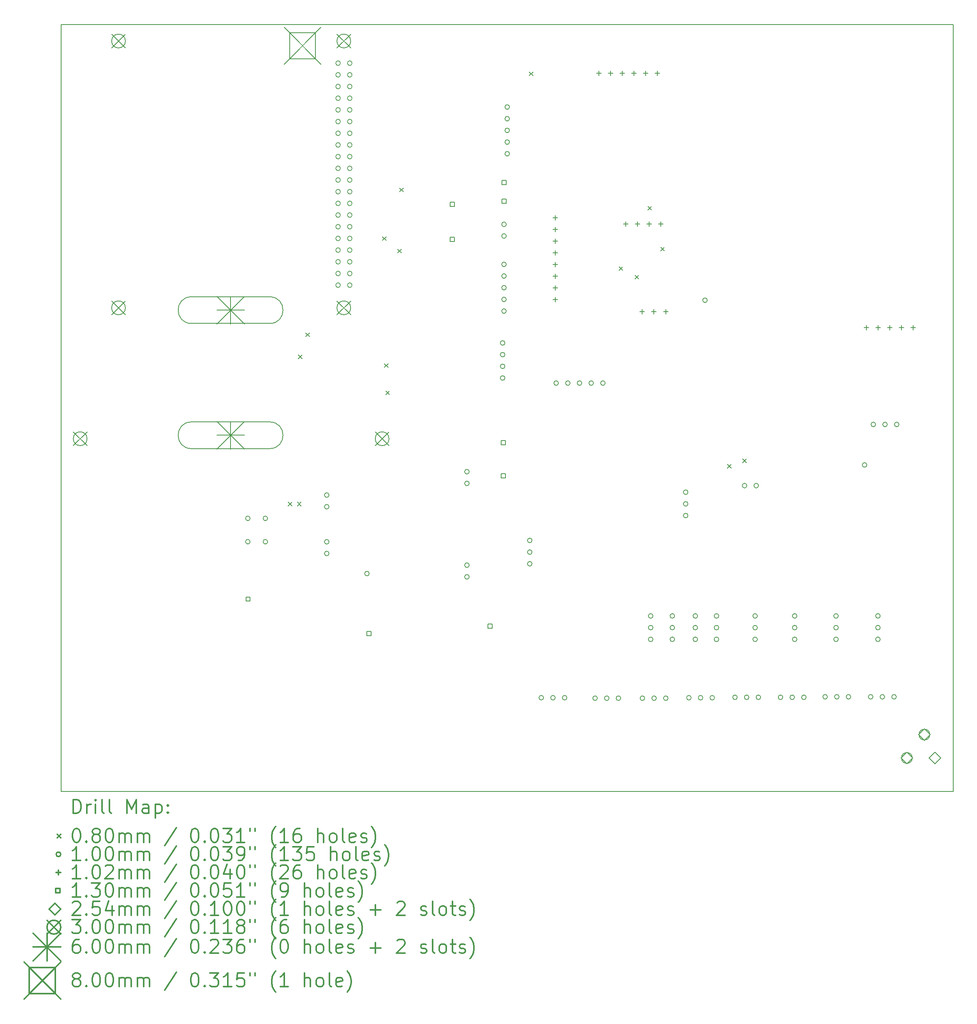
<source format=gbr>
%FSLAX45Y45*%
G04 Gerber Fmt 4.5, Leading zero omitted, Abs format (unit mm)*
G04 Created by KiCad (PCBNEW 4.0.7) date 05/29/19 08:08:42*
%MOMM*%
%LPD*%
G01*
G04 APERTURE LIST*
%ADD10C,0.127000*%
%ADD11C,0.150000*%
%ADD12C,0.200000*%
%ADD13C,0.300000*%
G04 APERTURE END LIST*
D10*
D11*
X3080000Y-19090000D02*
X3080000Y-2420000D01*
X22480000Y-19090000D02*
X3080000Y-19090000D01*
X22480000Y-2420000D02*
X22480000Y-19090000D01*
X3080000Y-2420000D02*
X22480000Y-2420000D01*
X3080000Y-19090000D02*
X3080000Y-16480000D01*
X22480000Y-19090000D02*
X3080000Y-19090000D01*
X22480000Y-16470000D02*
X22480000Y-19090000D01*
X3080000Y-2420000D02*
X3080000Y-16480000D01*
X22480000Y-2420000D02*
X22480000Y-16480000D01*
X3080000Y-2420000D02*
X22480000Y-2420000D01*
D12*
X8020000Y-12800000D02*
X8100000Y-12880000D01*
X8100000Y-12800000D02*
X8020000Y-12880000D01*
X8220000Y-12800000D02*
X8300000Y-12880000D01*
X8300000Y-12800000D02*
X8220000Y-12880000D01*
X8240000Y-9600000D02*
X8320000Y-9680000D01*
X8320000Y-9600000D02*
X8240000Y-9680000D01*
X8400000Y-9120000D02*
X8480000Y-9200000D01*
X8480000Y-9120000D02*
X8400000Y-9200000D01*
X10070000Y-7030000D02*
X10150000Y-7110000D01*
X10150000Y-7030000D02*
X10070000Y-7110000D01*
X10110000Y-9790000D02*
X10190000Y-9870000D01*
X10190000Y-9790000D02*
X10110000Y-9870000D01*
X10140000Y-10380000D02*
X10220000Y-10460000D01*
X10220000Y-10380000D02*
X10140000Y-10460000D01*
X10400000Y-7300000D02*
X10480000Y-7380000D01*
X10480000Y-7300000D02*
X10400000Y-7380000D01*
X10440000Y-5970000D02*
X10520000Y-6050000D01*
X10520000Y-5970000D02*
X10440000Y-6050000D01*
X13260000Y-3450000D02*
X13340000Y-3530000D01*
X13340000Y-3450000D02*
X13260000Y-3530000D01*
X15210000Y-7680000D02*
X15290000Y-7760000D01*
X15290000Y-7680000D02*
X15210000Y-7760000D01*
X15560000Y-7870000D02*
X15640000Y-7950000D01*
X15640000Y-7870000D02*
X15560000Y-7950000D01*
X15840000Y-6370000D02*
X15920000Y-6450000D01*
X15920000Y-6370000D02*
X15840000Y-6450000D01*
X16120000Y-7260000D02*
X16200000Y-7340000D01*
X16200000Y-7260000D02*
X16120000Y-7340000D01*
X17570000Y-11980000D02*
X17650000Y-12060000D01*
X17650000Y-11980000D02*
X17570000Y-12060000D01*
X17900000Y-11860000D02*
X17980000Y-11940000D01*
X17980000Y-11860000D02*
X17900000Y-11940000D01*
X7190000Y-13152000D02*
G75*
G03X7190000Y-13152000I-50000J0D01*
G01*
X7190000Y-13660000D02*
G75*
G03X7190000Y-13660000I-50000J0D01*
G01*
X7571000Y-13152000D02*
G75*
G03X7571000Y-13152000I-50000J0D01*
G01*
X7571000Y-13660000D02*
G75*
G03X7571000Y-13660000I-50000J0D01*
G01*
X8906000Y-12645000D02*
G75*
G03X8906000Y-12645000I-50000J0D01*
G01*
X8906000Y-12899000D02*
G75*
G03X8906000Y-12899000I-50000J0D01*
G01*
X8906000Y-13661000D02*
G75*
G03X8906000Y-13661000I-50000J0D01*
G01*
X8906000Y-13915000D02*
G75*
G03X8906000Y-13915000I-50000J0D01*
G01*
X9152000Y-3256500D02*
G75*
G03X9152000Y-3256500I-50000J0D01*
G01*
X9152000Y-3510500D02*
G75*
G03X9152000Y-3510500I-50000J0D01*
G01*
X9152000Y-3764500D02*
G75*
G03X9152000Y-3764500I-50000J0D01*
G01*
X9152000Y-4018500D02*
G75*
G03X9152000Y-4018500I-50000J0D01*
G01*
X9152000Y-4272500D02*
G75*
G03X9152000Y-4272500I-50000J0D01*
G01*
X9152000Y-4526500D02*
G75*
G03X9152000Y-4526500I-50000J0D01*
G01*
X9152000Y-4780500D02*
G75*
G03X9152000Y-4780500I-50000J0D01*
G01*
X9152000Y-5034500D02*
G75*
G03X9152000Y-5034500I-50000J0D01*
G01*
X9152000Y-5288500D02*
G75*
G03X9152000Y-5288500I-50000J0D01*
G01*
X9152000Y-5542500D02*
G75*
G03X9152000Y-5542500I-50000J0D01*
G01*
X9152000Y-5796500D02*
G75*
G03X9152000Y-5796500I-50000J0D01*
G01*
X9152000Y-6050500D02*
G75*
G03X9152000Y-6050500I-50000J0D01*
G01*
X9152000Y-6304500D02*
G75*
G03X9152000Y-6304500I-50000J0D01*
G01*
X9152000Y-6558500D02*
G75*
G03X9152000Y-6558500I-50000J0D01*
G01*
X9152000Y-6812500D02*
G75*
G03X9152000Y-6812500I-50000J0D01*
G01*
X9152000Y-7066500D02*
G75*
G03X9152000Y-7066500I-50000J0D01*
G01*
X9152000Y-7320500D02*
G75*
G03X9152000Y-7320500I-50000J0D01*
G01*
X9152000Y-7574500D02*
G75*
G03X9152000Y-7574500I-50000J0D01*
G01*
X9152000Y-7828500D02*
G75*
G03X9152000Y-7828500I-50000J0D01*
G01*
X9152000Y-8082500D02*
G75*
G03X9152000Y-8082500I-50000J0D01*
G01*
X9406000Y-3256500D02*
G75*
G03X9406000Y-3256500I-50000J0D01*
G01*
X9406000Y-3510500D02*
G75*
G03X9406000Y-3510500I-50000J0D01*
G01*
X9406000Y-3764500D02*
G75*
G03X9406000Y-3764500I-50000J0D01*
G01*
X9406000Y-4018500D02*
G75*
G03X9406000Y-4018500I-50000J0D01*
G01*
X9406000Y-4272500D02*
G75*
G03X9406000Y-4272500I-50000J0D01*
G01*
X9406000Y-4526500D02*
G75*
G03X9406000Y-4526500I-50000J0D01*
G01*
X9406000Y-4780500D02*
G75*
G03X9406000Y-4780500I-50000J0D01*
G01*
X9406000Y-5034500D02*
G75*
G03X9406000Y-5034500I-50000J0D01*
G01*
X9406000Y-5288500D02*
G75*
G03X9406000Y-5288500I-50000J0D01*
G01*
X9406000Y-5542500D02*
G75*
G03X9406000Y-5542500I-50000J0D01*
G01*
X9406000Y-5796500D02*
G75*
G03X9406000Y-5796500I-50000J0D01*
G01*
X9406000Y-6050500D02*
G75*
G03X9406000Y-6050500I-50000J0D01*
G01*
X9406000Y-6304500D02*
G75*
G03X9406000Y-6304500I-50000J0D01*
G01*
X9406000Y-6558500D02*
G75*
G03X9406000Y-6558500I-50000J0D01*
G01*
X9406000Y-6812500D02*
G75*
G03X9406000Y-6812500I-50000J0D01*
G01*
X9406000Y-7066500D02*
G75*
G03X9406000Y-7066500I-50000J0D01*
G01*
X9406000Y-7320500D02*
G75*
G03X9406000Y-7320500I-50000J0D01*
G01*
X9406000Y-7574500D02*
G75*
G03X9406000Y-7574500I-50000J0D01*
G01*
X9406000Y-7828500D02*
G75*
G03X9406000Y-7828500I-50000J0D01*
G01*
X9406000Y-8082500D02*
G75*
G03X9406000Y-8082500I-50000J0D01*
G01*
X9780000Y-14350000D02*
G75*
G03X9780000Y-14350000I-50000J0D01*
G01*
X11954000Y-12137000D02*
G75*
G03X11954000Y-12137000I-50000J0D01*
G01*
X11954000Y-12391000D02*
G75*
G03X11954000Y-12391000I-50000J0D01*
G01*
X11954000Y-14169000D02*
G75*
G03X11954000Y-14169000I-50000J0D01*
G01*
X11954000Y-14423000D02*
G75*
G03X11954000Y-14423000I-50000J0D01*
G01*
X12730000Y-9338000D02*
G75*
G03X12730000Y-9338000I-50000J0D01*
G01*
X12730000Y-9592000D02*
G75*
G03X12730000Y-9592000I-50000J0D01*
G01*
X12730000Y-9846000D02*
G75*
G03X12730000Y-9846000I-50000J0D01*
G01*
X12730000Y-10100000D02*
G75*
G03X12730000Y-10100000I-50000J0D01*
G01*
X12760000Y-6760000D02*
G75*
G03X12760000Y-6760000I-50000J0D01*
G01*
X12760000Y-7014000D02*
G75*
G03X12760000Y-7014000I-50000J0D01*
G01*
X12760000Y-7630000D02*
G75*
G03X12760000Y-7630000I-50000J0D01*
G01*
X12760000Y-7884000D02*
G75*
G03X12760000Y-7884000I-50000J0D01*
G01*
X12760000Y-8138000D02*
G75*
G03X12760000Y-8138000I-50000J0D01*
G01*
X12760000Y-8392000D02*
G75*
G03X12760000Y-8392000I-50000J0D01*
G01*
X12760000Y-8646000D02*
G75*
G03X12760000Y-8646000I-50000J0D01*
G01*
X12830000Y-4210000D02*
G75*
G03X12830000Y-4210000I-50000J0D01*
G01*
X12830000Y-4464000D02*
G75*
G03X12830000Y-4464000I-50000J0D01*
G01*
X12830000Y-4718000D02*
G75*
G03X12830000Y-4718000I-50000J0D01*
G01*
X12830000Y-4972000D02*
G75*
G03X12830000Y-4972000I-50000J0D01*
G01*
X12830000Y-5226000D02*
G75*
G03X12830000Y-5226000I-50000J0D01*
G01*
X13320000Y-13630000D02*
G75*
G03X13320000Y-13630000I-50000J0D01*
G01*
X13320000Y-13884000D02*
G75*
G03X13320000Y-13884000I-50000J0D01*
G01*
X13320000Y-14138000D02*
G75*
G03X13320000Y-14138000I-50000J0D01*
G01*
X13570000Y-17050000D02*
G75*
G03X13570000Y-17050000I-50000J0D01*
G01*
X13824000Y-17050000D02*
G75*
G03X13824000Y-17050000I-50000J0D01*
G01*
X13894000Y-10210000D02*
G75*
G03X13894000Y-10210000I-50000J0D01*
G01*
X14078000Y-17050000D02*
G75*
G03X14078000Y-17050000I-50000J0D01*
G01*
X14148000Y-10210000D02*
G75*
G03X14148000Y-10210000I-50000J0D01*
G01*
X14402000Y-10210000D02*
G75*
G03X14402000Y-10210000I-50000J0D01*
G01*
X14656000Y-10210000D02*
G75*
G03X14656000Y-10210000I-50000J0D01*
G01*
X14740000Y-17060000D02*
G75*
G03X14740000Y-17060000I-50000J0D01*
G01*
X14910000Y-10210000D02*
G75*
G03X14910000Y-10210000I-50000J0D01*
G01*
X14994000Y-17060000D02*
G75*
G03X14994000Y-17060000I-50000J0D01*
G01*
X15248000Y-17060000D02*
G75*
G03X15248000Y-17060000I-50000J0D01*
G01*
X15770000Y-17060000D02*
G75*
G03X15770000Y-17060000I-50000J0D01*
G01*
X15950000Y-15272000D02*
G75*
G03X15950000Y-15272000I-50000J0D01*
G01*
X15950000Y-15526000D02*
G75*
G03X15950000Y-15526000I-50000J0D01*
G01*
X15950000Y-15780000D02*
G75*
G03X15950000Y-15780000I-50000J0D01*
G01*
X16024000Y-17060000D02*
G75*
G03X16024000Y-17060000I-50000J0D01*
G01*
X16278000Y-17060000D02*
G75*
G03X16278000Y-17060000I-50000J0D01*
G01*
X16420000Y-15272000D02*
G75*
G03X16420000Y-15272000I-50000J0D01*
G01*
X16420000Y-15526000D02*
G75*
G03X16420000Y-15526000I-50000J0D01*
G01*
X16420000Y-15780000D02*
G75*
G03X16420000Y-15780000I-50000J0D01*
G01*
X16710000Y-12582000D02*
G75*
G03X16710000Y-12582000I-50000J0D01*
G01*
X16710000Y-12836000D02*
G75*
G03X16710000Y-12836000I-50000J0D01*
G01*
X16710000Y-13090000D02*
G75*
G03X16710000Y-13090000I-50000J0D01*
G01*
X16780000Y-17050000D02*
G75*
G03X16780000Y-17050000I-50000J0D01*
G01*
X16920000Y-15272000D02*
G75*
G03X16920000Y-15272000I-50000J0D01*
G01*
X16920000Y-15526000D02*
G75*
G03X16920000Y-15526000I-50000J0D01*
G01*
X16920000Y-15780000D02*
G75*
G03X16920000Y-15780000I-50000J0D01*
G01*
X17034000Y-17050000D02*
G75*
G03X17034000Y-17050000I-50000J0D01*
G01*
X17130000Y-8410000D02*
G75*
G03X17130000Y-8410000I-50000J0D01*
G01*
X17288000Y-17050000D02*
G75*
G03X17288000Y-17050000I-50000J0D01*
G01*
X17380000Y-15272000D02*
G75*
G03X17380000Y-15272000I-50000J0D01*
G01*
X17380000Y-15526000D02*
G75*
G03X17380000Y-15526000I-50000J0D01*
G01*
X17380000Y-15780000D02*
G75*
G03X17380000Y-15780000I-50000J0D01*
G01*
X17782000Y-17040000D02*
G75*
G03X17782000Y-17040000I-50000J0D01*
G01*
X17990000Y-12440000D02*
G75*
G03X17990000Y-12440000I-50000J0D01*
G01*
X18036000Y-17040000D02*
G75*
G03X18036000Y-17040000I-50000J0D01*
G01*
X18220000Y-15272000D02*
G75*
G03X18220000Y-15272000I-50000J0D01*
G01*
X18220000Y-15526000D02*
G75*
G03X18220000Y-15526000I-50000J0D01*
G01*
X18220000Y-15780000D02*
G75*
G03X18220000Y-15780000I-50000J0D01*
G01*
X18244000Y-12440000D02*
G75*
G03X18244000Y-12440000I-50000J0D01*
G01*
X18290000Y-17040000D02*
G75*
G03X18290000Y-17040000I-50000J0D01*
G01*
X18772000Y-17040000D02*
G75*
G03X18772000Y-17040000I-50000J0D01*
G01*
X19026000Y-17040000D02*
G75*
G03X19026000Y-17040000I-50000J0D01*
G01*
X19080000Y-15272000D02*
G75*
G03X19080000Y-15272000I-50000J0D01*
G01*
X19080000Y-15526000D02*
G75*
G03X19080000Y-15526000I-50000J0D01*
G01*
X19080000Y-15780000D02*
G75*
G03X19080000Y-15780000I-50000J0D01*
G01*
X19280000Y-17040000D02*
G75*
G03X19280000Y-17040000I-50000J0D01*
G01*
X19742000Y-17030000D02*
G75*
G03X19742000Y-17030000I-50000J0D01*
G01*
X19980000Y-15272000D02*
G75*
G03X19980000Y-15272000I-50000J0D01*
G01*
X19980000Y-15526000D02*
G75*
G03X19980000Y-15526000I-50000J0D01*
G01*
X19980000Y-15780000D02*
G75*
G03X19980000Y-15780000I-50000J0D01*
G01*
X19996000Y-17030000D02*
G75*
G03X19996000Y-17030000I-50000J0D01*
G01*
X20250000Y-17030000D02*
G75*
G03X20250000Y-17030000I-50000J0D01*
G01*
X20600000Y-11990000D02*
G75*
G03X20600000Y-11990000I-50000J0D01*
G01*
X20732000Y-17030000D02*
G75*
G03X20732000Y-17030000I-50000J0D01*
G01*
X20790000Y-11110000D02*
G75*
G03X20790000Y-11110000I-50000J0D01*
G01*
X20890000Y-15272000D02*
G75*
G03X20890000Y-15272000I-50000J0D01*
G01*
X20890000Y-15526000D02*
G75*
G03X20890000Y-15526000I-50000J0D01*
G01*
X20890000Y-15780000D02*
G75*
G03X20890000Y-15780000I-50000J0D01*
G01*
X20986000Y-17030000D02*
G75*
G03X20986000Y-17030000I-50000J0D01*
G01*
X21044000Y-11110000D02*
G75*
G03X21044000Y-11110000I-50000J0D01*
G01*
X21240000Y-17030000D02*
G75*
G03X21240000Y-17030000I-50000J0D01*
G01*
X21298000Y-11110000D02*
G75*
G03X21298000Y-11110000I-50000J0D01*
G01*
X13822000Y-6566200D02*
X13822000Y-6667800D01*
X13771200Y-6617000D02*
X13872800Y-6617000D01*
X13822000Y-6820200D02*
X13822000Y-6921800D01*
X13771200Y-6871000D02*
X13872800Y-6871000D01*
X13822000Y-7074200D02*
X13822000Y-7175800D01*
X13771200Y-7125000D02*
X13872800Y-7125000D01*
X13822000Y-7328200D02*
X13822000Y-7429800D01*
X13771200Y-7379000D02*
X13872800Y-7379000D01*
X13822000Y-7582200D02*
X13822000Y-7683800D01*
X13771200Y-7633000D02*
X13872800Y-7633000D01*
X13822000Y-7836200D02*
X13822000Y-7937800D01*
X13771200Y-7887000D02*
X13872800Y-7887000D01*
X13822000Y-8090200D02*
X13822000Y-8191800D01*
X13771200Y-8141000D02*
X13872800Y-8141000D01*
X13822000Y-8344200D02*
X13822000Y-8445800D01*
X13771200Y-8395000D02*
X13872800Y-8395000D01*
X14775700Y-3427700D02*
X14775700Y-3529300D01*
X14724900Y-3478500D02*
X14826500Y-3478500D01*
X15029700Y-3427700D02*
X15029700Y-3529300D01*
X14978900Y-3478500D02*
X15080500Y-3478500D01*
X15283700Y-3427700D02*
X15283700Y-3529300D01*
X15232900Y-3478500D02*
X15334500Y-3478500D01*
X15359900Y-6704300D02*
X15359900Y-6805900D01*
X15309100Y-6755100D02*
X15410700Y-6755100D01*
X15537700Y-3427700D02*
X15537700Y-3529300D01*
X15486900Y-3478500D02*
X15588500Y-3478500D01*
X15613900Y-6704300D02*
X15613900Y-6805900D01*
X15563100Y-6755100D02*
X15664700Y-6755100D01*
X15715500Y-8609300D02*
X15715500Y-8710900D01*
X15664700Y-8660100D02*
X15766300Y-8660100D01*
X15791700Y-3427700D02*
X15791700Y-3529300D01*
X15740900Y-3478500D02*
X15842500Y-3478500D01*
X15867900Y-6704300D02*
X15867900Y-6805900D01*
X15817100Y-6755100D02*
X15918700Y-6755100D01*
X15969500Y-8609300D02*
X15969500Y-8710900D01*
X15918700Y-8660100D02*
X16020300Y-8660100D01*
X16045700Y-3427700D02*
X16045700Y-3529300D01*
X15994900Y-3478500D02*
X16096500Y-3478500D01*
X16121900Y-6704300D02*
X16121900Y-6805900D01*
X16071100Y-6755100D02*
X16172700Y-6755100D01*
X16233500Y-8609300D02*
X16233500Y-8710900D01*
X16182700Y-8660100D02*
X16284300Y-8660100D01*
X20594000Y-8951200D02*
X20594000Y-9052800D01*
X20543200Y-9002000D02*
X20644800Y-9002000D01*
X20848000Y-8951200D02*
X20848000Y-9052800D01*
X20797200Y-9002000D02*
X20898800Y-9002000D01*
X21102000Y-8951200D02*
X21102000Y-9052800D01*
X21051200Y-9002000D02*
X21152800Y-9002000D01*
X21356000Y-8951200D02*
X21356000Y-9052800D01*
X21305200Y-9002000D02*
X21406800Y-9002000D01*
X21610000Y-8951200D02*
X21610000Y-9052800D01*
X21559200Y-9002000D02*
X21660800Y-9002000D01*
X7190979Y-14950979D02*
X7190979Y-14859021D01*
X7099021Y-14859021D01*
X7099021Y-14950979D01*
X7190979Y-14950979D01*
X9820979Y-15700979D02*
X9820979Y-15609021D01*
X9729021Y-15609021D01*
X9729021Y-15700979D01*
X9820979Y-15700979D01*
X11630979Y-6370979D02*
X11630979Y-6279021D01*
X11539021Y-6279021D01*
X11539021Y-6370979D01*
X11630979Y-6370979D01*
X11630979Y-7130979D02*
X11630979Y-7039021D01*
X11539021Y-7039021D01*
X11539021Y-7130979D01*
X11630979Y-7130979D01*
X12450979Y-15540979D02*
X12450979Y-15449021D01*
X12359021Y-15449021D01*
X12359021Y-15540979D01*
X12450979Y-15540979D01*
X12740979Y-11550979D02*
X12740979Y-11459021D01*
X12649021Y-11459021D01*
X12649021Y-11550979D01*
X12740979Y-11550979D01*
X12740979Y-12270979D02*
X12740979Y-12179021D01*
X12649021Y-12179021D01*
X12649021Y-12270979D01*
X12740979Y-12270979D01*
X12755979Y-5895979D02*
X12755979Y-5804021D01*
X12664021Y-5804021D01*
X12664021Y-5895979D01*
X12755979Y-5895979D01*
X12755979Y-6305979D02*
X12755979Y-6214021D01*
X12664021Y-6214021D01*
X12664021Y-6305979D01*
X12755979Y-6305979D01*
X21470000Y-18487000D02*
X21597000Y-18360000D01*
X21470000Y-18233000D01*
X21343000Y-18360000D01*
X21470000Y-18487000D01*
X21587000Y-18360000D02*
X21587000Y-18360000D01*
X21353000Y-18360000D02*
X21353000Y-18360000D01*
X21587000Y-18360000D02*
G75*
G03X21353000Y-18360000I-117000J0D01*
G01*
X21353000Y-18360000D02*
G75*
G03X21587000Y-18360000I117000J0D01*
G01*
X21851000Y-17979000D02*
X21978000Y-17852000D01*
X21851000Y-17725000D01*
X21724000Y-17852000D01*
X21851000Y-17979000D01*
X21968000Y-17852000D02*
X21968000Y-17852000D01*
X21734000Y-17852000D02*
X21734000Y-17852000D01*
X21968000Y-17852000D02*
G75*
G03X21734000Y-17852000I-117000J0D01*
G01*
X21734000Y-17852000D02*
G75*
G03X21968000Y-17852000I117000J0D01*
G01*
X22080000Y-18487000D02*
X22207000Y-18360000D01*
X22080000Y-18233000D01*
X21953000Y-18360000D01*
X22080000Y-18487000D01*
X3345000Y-11270000D02*
X3645000Y-11570000D01*
X3645000Y-11270000D02*
X3345000Y-11570000D01*
X3645000Y-11420000D02*
G75*
G03X3645000Y-11420000I-150000J0D01*
G01*
X4178000Y-2625000D02*
X4478000Y-2925000D01*
X4478000Y-2625000D02*
X4178000Y-2925000D01*
X4478000Y-2775000D02*
G75*
G03X4478000Y-2775000I-150000J0D01*
G01*
X4178000Y-8425000D02*
X4478000Y-8725000D01*
X4478000Y-8425000D02*
X4178000Y-8725000D01*
X4478000Y-8575000D02*
G75*
G03X4478000Y-8575000I-150000J0D01*
G01*
X9077000Y-2625000D02*
X9377000Y-2925000D01*
X9377000Y-2625000D02*
X9077000Y-2925000D01*
X9377000Y-2775000D02*
G75*
G03X9377000Y-2775000I-150000J0D01*
G01*
X9077000Y-8425000D02*
X9377000Y-8725000D01*
X9377000Y-8425000D02*
X9077000Y-8725000D01*
X9377000Y-8575000D02*
G75*
G03X9377000Y-8575000I-150000J0D01*
G01*
X9910000Y-11270000D02*
X10210000Y-11570000D01*
X10210000Y-11270000D02*
X9910000Y-11570000D01*
X10210000Y-11420000D02*
G75*
G03X10210000Y-11420000I-150000J0D01*
G01*
X6465000Y-8325000D02*
X7065000Y-8925000D01*
X7065000Y-8325000D02*
X6465000Y-8925000D01*
X6765000Y-8325000D02*
X6765000Y-8925000D01*
X6465000Y-8625000D02*
X7065000Y-8625000D01*
X5915000Y-8915000D02*
X7615000Y-8915000D01*
X5915000Y-8335000D02*
X7615000Y-8335000D01*
X7615000Y-8915000D02*
G75*
G03X7615000Y-8335000I0J290000D01*
G01*
X5915000Y-8335000D02*
G75*
G03X5915000Y-8915000I0J-290000D01*
G01*
X6465000Y-11045000D02*
X7065000Y-11645000D01*
X7065000Y-11045000D02*
X6465000Y-11645000D01*
X6765000Y-11045000D02*
X6765000Y-11645000D01*
X6465000Y-11345000D02*
X7065000Y-11345000D01*
X5915000Y-11635000D02*
X7615000Y-11635000D01*
X5915000Y-11055000D02*
X7615000Y-11055000D01*
X7615000Y-11635000D02*
G75*
G03X7615000Y-11055000I0J290000D01*
G01*
X5915000Y-11055000D02*
G75*
G03X5915000Y-11635000I0J-290000D01*
G01*
X7930000Y-2478000D02*
X8730000Y-3278000D01*
X8730000Y-2478000D02*
X7930000Y-3278000D01*
X8612845Y-3160845D02*
X8612845Y-2595155D01*
X8047155Y-2595155D01*
X8047155Y-3160845D01*
X8612845Y-3160845D01*
D13*
X3343928Y-19563214D02*
X3343928Y-19263214D01*
X3415357Y-19263214D01*
X3458214Y-19277500D01*
X3486786Y-19306072D01*
X3501071Y-19334643D01*
X3515357Y-19391786D01*
X3515357Y-19434643D01*
X3501071Y-19491786D01*
X3486786Y-19520357D01*
X3458214Y-19548929D01*
X3415357Y-19563214D01*
X3343928Y-19563214D01*
X3643928Y-19563214D02*
X3643928Y-19363214D01*
X3643928Y-19420357D02*
X3658214Y-19391786D01*
X3672500Y-19377500D01*
X3701071Y-19363214D01*
X3729643Y-19363214D01*
X3829643Y-19563214D02*
X3829643Y-19363214D01*
X3829643Y-19263214D02*
X3815357Y-19277500D01*
X3829643Y-19291786D01*
X3843928Y-19277500D01*
X3829643Y-19263214D01*
X3829643Y-19291786D01*
X4015357Y-19563214D02*
X3986786Y-19548929D01*
X3972500Y-19520357D01*
X3972500Y-19263214D01*
X4172500Y-19563214D02*
X4143928Y-19548929D01*
X4129643Y-19520357D01*
X4129643Y-19263214D01*
X4515357Y-19563214D02*
X4515357Y-19263214D01*
X4615357Y-19477500D01*
X4715357Y-19263214D01*
X4715357Y-19563214D01*
X4986786Y-19563214D02*
X4986786Y-19406072D01*
X4972500Y-19377500D01*
X4943929Y-19363214D01*
X4886786Y-19363214D01*
X4858214Y-19377500D01*
X4986786Y-19548929D02*
X4958214Y-19563214D01*
X4886786Y-19563214D01*
X4858214Y-19548929D01*
X4843929Y-19520357D01*
X4843929Y-19491786D01*
X4858214Y-19463214D01*
X4886786Y-19448929D01*
X4958214Y-19448929D01*
X4986786Y-19434643D01*
X5129643Y-19363214D02*
X5129643Y-19663214D01*
X5129643Y-19377500D02*
X5158214Y-19363214D01*
X5215357Y-19363214D01*
X5243929Y-19377500D01*
X5258214Y-19391786D01*
X5272500Y-19420357D01*
X5272500Y-19506072D01*
X5258214Y-19534643D01*
X5243929Y-19548929D01*
X5215357Y-19563214D01*
X5158214Y-19563214D01*
X5129643Y-19548929D01*
X5401071Y-19534643D02*
X5415357Y-19548929D01*
X5401071Y-19563214D01*
X5386786Y-19548929D01*
X5401071Y-19534643D01*
X5401071Y-19563214D01*
X5401071Y-19377500D02*
X5415357Y-19391786D01*
X5401071Y-19406072D01*
X5386786Y-19391786D01*
X5401071Y-19377500D01*
X5401071Y-19406072D01*
X2992500Y-20017500D02*
X3072500Y-20097500D01*
X3072500Y-20017500D02*
X2992500Y-20097500D01*
X3401071Y-19893214D02*
X3429643Y-19893214D01*
X3458214Y-19907500D01*
X3472500Y-19921786D01*
X3486786Y-19950357D01*
X3501071Y-20007500D01*
X3501071Y-20078929D01*
X3486786Y-20136072D01*
X3472500Y-20164643D01*
X3458214Y-20178929D01*
X3429643Y-20193214D01*
X3401071Y-20193214D01*
X3372500Y-20178929D01*
X3358214Y-20164643D01*
X3343928Y-20136072D01*
X3329643Y-20078929D01*
X3329643Y-20007500D01*
X3343928Y-19950357D01*
X3358214Y-19921786D01*
X3372500Y-19907500D01*
X3401071Y-19893214D01*
X3629643Y-20164643D02*
X3643928Y-20178929D01*
X3629643Y-20193214D01*
X3615357Y-20178929D01*
X3629643Y-20164643D01*
X3629643Y-20193214D01*
X3815357Y-20021786D02*
X3786786Y-20007500D01*
X3772500Y-19993214D01*
X3758214Y-19964643D01*
X3758214Y-19950357D01*
X3772500Y-19921786D01*
X3786786Y-19907500D01*
X3815357Y-19893214D01*
X3872500Y-19893214D01*
X3901071Y-19907500D01*
X3915357Y-19921786D01*
X3929643Y-19950357D01*
X3929643Y-19964643D01*
X3915357Y-19993214D01*
X3901071Y-20007500D01*
X3872500Y-20021786D01*
X3815357Y-20021786D01*
X3786786Y-20036072D01*
X3772500Y-20050357D01*
X3758214Y-20078929D01*
X3758214Y-20136072D01*
X3772500Y-20164643D01*
X3786786Y-20178929D01*
X3815357Y-20193214D01*
X3872500Y-20193214D01*
X3901071Y-20178929D01*
X3915357Y-20164643D01*
X3929643Y-20136072D01*
X3929643Y-20078929D01*
X3915357Y-20050357D01*
X3901071Y-20036072D01*
X3872500Y-20021786D01*
X4115357Y-19893214D02*
X4143928Y-19893214D01*
X4172500Y-19907500D01*
X4186786Y-19921786D01*
X4201071Y-19950357D01*
X4215357Y-20007500D01*
X4215357Y-20078929D01*
X4201071Y-20136072D01*
X4186786Y-20164643D01*
X4172500Y-20178929D01*
X4143928Y-20193214D01*
X4115357Y-20193214D01*
X4086786Y-20178929D01*
X4072500Y-20164643D01*
X4058214Y-20136072D01*
X4043928Y-20078929D01*
X4043928Y-20007500D01*
X4058214Y-19950357D01*
X4072500Y-19921786D01*
X4086786Y-19907500D01*
X4115357Y-19893214D01*
X4343929Y-20193214D02*
X4343929Y-19993214D01*
X4343929Y-20021786D02*
X4358214Y-20007500D01*
X4386786Y-19993214D01*
X4429643Y-19993214D01*
X4458214Y-20007500D01*
X4472500Y-20036072D01*
X4472500Y-20193214D01*
X4472500Y-20036072D02*
X4486786Y-20007500D01*
X4515357Y-19993214D01*
X4558214Y-19993214D01*
X4586786Y-20007500D01*
X4601071Y-20036072D01*
X4601071Y-20193214D01*
X4743929Y-20193214D02*
X4743929Y-19993214D01*
X4743929Y-20021786D02*
X4758214Y-20007500D01*
X4786786Y-19993214D01*
X4829643Y-19993214D01*
X4858214Y-20007500D01*
X4872500Y-20036072D01*
X4872500Y-20193214D01*
X4872500Y-20036072D02*
X4886786Y-20007500D01*
X4915357Y-19993214D01*
X4958214Y-19993214D01*
X4986786Y-20007500D01*
X5001071Y-20036072D01*
X5001071Y-20193214D01*
X5586786Y-19878929D02*
X5329643Y-20264643D01*
X5972500Y-19893214D02*
X6001071Y-19893214D01*
X6029643Y-19907500D01*
X6043928Y-19921786D01*
X6058214Y-19950357D01*
X6072500Y-20007500D01*
X6072500Y-20078929D01*
X6058214Y-20136072D01*
X6043928Y-20164643D01*
X6029643Y-20178929D01*
X6001071Y-20193214D01*
X5972500Y-20193214D01*
X5943928Y-20178929D01*
X5929643Y-20164643D01*
X5915357Y-20136072D01*
X5901071Y-20078929D01*
X5901071Y-20007500D01*
X5915357Y-19950357D01*
X5929643Y-19921786D01*
X5943928Y-19907500D01*
X5972500Y-19893214D01*
X6201071Y-20164643D02*
X6215357Y-20178929D01*
X6201071Y-20193214D01*
X6186786Y-20178929D01*
X6201071Y-20164643D01*
X6201071Y-20193214D01*
X6401071Y-19893214D02*
X6429643Y-19893214D01*
X6458214Y-19907500D01*
X6472500Y-19921786D01*
X6486785Y-19950357D01*
X6501071Y-20007500D01*
X6501071Y-20078929D01*
X6486785Y-20136072D01*
X6472500Y-20164643D01*
X6458214Y-20178929D01*
X6429643Y-20193214D01*
X6401071Y-20193214D01*
X6372500Y-20178929D01*
X6358214Y-20164643D01*
X6343928Y-20136072D01*
X6329643Y-20078929D01*
X6329643Y-20007500D01*
X6343928Y-19950357D01*
X6358214Y-19921786D01*
X6372500Y-19907500D01*
X6401071Y-19893214D01*
X6601071Y-19893214D02*
X6786785Y-19893214D01*
X6686785Y-20007500D01*
X6729643Y-20007500D01*
X6758214Y-20021786D01*
X6772500Y-20036072D01*
X6786785Y-20064643D01*
X6786785Y-20136072D01*
X6772500Y-20164643D01*
X6758214Y-20178929D01*
X6729643Y-20193214D01*
X6643928Y-20193214D01*
X6615357Y-20178929D01*
X6601071Y-20164643D01*
X7072500Y-20193214D02*
X6901071Y-20193214D01*
X6986785Y-20193214D02*
X6986785Y-19893214D01*
X6958214Y-19936072D01*
X6929643Y-19964643D01*
X6901071Y-19978929D01*
X7186786Y-19893214D02*
X7186786Y-19950357D01*
X7301071Y-19893214D02*
X7301071Y-19950357D01*
X7743928Y-20307500D02*
X7729643Y-20293214D01*
X7701071Y-20250357D01*
X7686785Y-20221786D01*
X7672500Y-20178929D01*
X7658214Y-20107500D01*
X7658214Y-20050357D01*
X7672500Y-19978929D01*
X7686785Y-19936072D01*
X7701071Y-19907500D01*
X7729643Y-19864643D01*
X7743928Y-19850357D01*
X8015357Y-20193214D02*
X7843928Y-20193214D01*
X7929643Y-20193214D02*
X7929643Y-19893214D01*
X7901071Y-19936072D01*
X7872500Y-19964643D01*
X7843928Y-19978929D01*
X8272500Y-19893214D02*
X8215357Y-19893214D01*
X8186785Y-19907500D01*
X8172500Y-19921786D01*
X8143928Y-19964643D01*
X8129643Y-20021786D01*
X8129643Y-20136072D01*
X8143928Y-20164643D01*
X8158214Y-20178929D01*
X8186785Y-20193214D01*
X8243928Y-20193214D01*
X8272500Y-20178929D01*
X8286785Y-20164643D01*
X8301071Y-20136072D01*
X8301071Y-20064643D01*
X8286785Y-20036072D01*
X8272500Y-20021786D01*
X8243928Y-20007500D01*
X8186785Y-20007500D01*
X8158214Y-20021786D01*
X8143928Y-20036072D01*
X8129643Y-20064643D01*
X8658214Y-20193214D02*
X8658214Y-19893214D01*
X8786786Y-20193214D02*
X8786786Y-20036072D01*
X8772500Y-20007500D01*
X8743928Y-19993214D01*
X8701071Y-19993214D01*
X8672500Y-20007500D01*
X8658214Y-20021786D01*
X8972500Y-20193214D02*
X8943928Y-20178929D01*
X8929643Y-20164643D01*
X8915357Y-20136072D01*
X8915357Y-20050357D01*
X8929643Y-20021786D01*
X8943928Y-20007500D01*
X8972500Y-19993214D01*
X9015357Y-19993214D01*
X9043928Y-20007500D01*
X9058214Y-20021786D01*
X9072500Y-20050357D01*
X9072500Y-20136072D01*
X9058214Y-20164643D01*
X9043928Y-20178929D01*
X9015357Y-20193214D01*
X8972500Y-20193214D01*
X9243928Y-20193214D02*
X9215357Y-20178929D01*
X9201071Y-20150357D01*
X9201071Y-19893214D01*
X9472500Y-20178929D02*
X9443929Y-20193214D01*
X9386786Y-20193214D01*
X9358214Y-20178929D01*
X9343929Y-20150357D01*
X9343929Y-20036072D01*
X9358214Y-20007500D01*
X9386786Y-19993214D01*
X9443929Y-19993214D01*
X9472500Y-20007500D01*
X9486786Y-20036072D01*
X9486786Y-20064643D01*
X9343929Y-20093214D01*
X9601071Y-20178929D02*
X9629643Y-20193214D01*
X9686786Y-20193214D01*
X9715357Y-20178929D01*
X9729643Y-20150357D01*
X9729643Y-20136072D01*
X9715357Y-20107500D01*
X9686786Y-20093214D01*
X9643929Y-20093214D01*
X9615357Y-20078929D01*
X9601071Y-20050357D01*
X9601071Y-20036072D01*
X9615357Y-20007500D01*
X9643929Y-19993214D01*
X9686786Y-19993214D01*
X9715357Y-20007500D01*
X9829643Y-20307500D02*
X9843929Y-20293214D01*
X9872500Y-20250357D01*
X9886786Y-20221786D01*
X9901071Y-20178929D01*
X9915357Y-20107500D01*
X9915357Y-20050357D01*
X9901071Y-19978929D01*
X9886786Y-19936072D01*
X9872500Y-19907500D01*
X9843929Y-19864643D01*
X9829643Y-19850357D01*
X3072500Y-20453500D02*
G75*
G03X3072500Y-20453500I-50000J0D01*
G01*
X3501071Y-20589214D02*
X3329643Y-20589214D01*
X3415357Y-20589214D02*
X3415357Y-20289214D01*
X3386786Y-20332072D01*
X3358214Y-20360643D01*
X3329643Y-20374929D01*
X3629643Y-20560643D02*
X3643928Y-20574929D01*
X3629643Y-20589214D01*
X3615357Y-20574929D01*
X3629643Y-20560643D01*
X3629643Y-20589214D01*
X3829643Y-20289214D02*
X3858214Y-20289214D01*
X3886786Y-20303500D01*
X3901071Y-20317786D01*
X3915357Y-20346357D01*
X3929643Y-20403500D01*
X3929643Y-20474929D01*
X3915357Y-20532072D01*
X3901071Y-20560643D01*
X3886786Y-20574929D01*
X3858214Y-20589214D01*
X3829643Y-20589214D01*
X3801071Y-20574929D01*
X3786786Y-20560643D01*
X3772500Y-20532072D01*
X3758214Y-20474929D01*
X3758214Y-20403500D01*
X3772500Y-20346357D01*
X3786786Y-20317786D01*
X3801071Y-20303500D01*
X3829643Y-20289214D01*
X4115357Y-20289214D02*
X4143928Y-20289214D01*
X4172500Y-20303500D01*
X4186786Y-20317786D01*
X4201071Y-20346357D01*
X4215357Y-20403500D01*
X4215357Y-20474929D01*
X4201071Y-20532072D01*
X4186786Y-20560643D01*
X4172500Y-20574929D01*
X4143928Y-20589214D01*
X4115357Y-20589214D01*
X4086786Y-20574929D01*
X4072500Y-20560643D01*
X4058214Y-20532072D01*
X4043928Y-20474929D01*
X4043928Y-20403500D01*
X4058214Y-20346357D01*
X4072500Y-20317786D01*
X4086786Y-20303500D01*
X4115357Y-20289214D01*
X4343929Y-20589214D02*
X4343929Y-20389214D01*
X4343929Y-20417786D02*
X4358214Y-20403500D01*
X4386786Y-20389214D01*
X4429643Y-20389214D01*
X4458214Y-20403500D01*
X4472500Y-20432072D01*
X4472500Y-20589214D01*
X4472500Y-20432072D02*
X4486786Y-20403500D01*
X4515357Y-20389214D01*
X4558214Y-20389214D01*
X4586786Y-20403500D01*
X4601071Y-20432072D01*
X4601071Y-20589214D01*
X4743929Y-20589214D02*
X4743929Y-20389214D01*
X4743929Y-20417786D02*
X4758214Y-20403500D01*
X4786786Y-20389214D01*
X4829643Y-20389214D01*
X4858214Y-20403500D01*
X4872500Y-20432072D01*
X4872500Y-20589214D01*
X4872500Y-20432072D02*
X4886786Y-20403500D01*
X4915357Y-20389214D01*
X4958214Y-20389214D01*
X4986786Y-20403500D01*
X5001071Y-20432072D01*
X5001071Y-20589214D01*
X5586786Y-20274929D02*
X5329643Y-20660643D01*
X5972500Y-20289214D02*
X6001071Y-20289214D01*
X6029643Y-20303500D01*
X6043928Y-20317786D01*
X6058214Y-20346357D01*
X6072500Y-20403500D01*
X6072500Y-20474929D01*
X6058214Y-20532072D01*
X6043928Y-20560643D01*
X6029643Y-20574929D01*
X6001071Y-20589214D01*
X5972500Y-20589214D01*
X5943928Y-20574929D01*
X5929643Y-20560643D01*
X5915357Y-20532072D01*
X5901071Y-20474929D01*
X5901071Y-20403500D01*
X5915357Y-20346357D01*
X5929643Y-20317786D01*
X5943928Y-20303500D01*
X5972500Y-20289214D01*
X6201071Y-20560643D02*
X6215357Y-20574929D01*
X6201071Y-20589214D01*
X6186786Y-20574929D01*
X6201071Y-20560643D01*
X6201071Y-20589214D01*
X6401071Y-20289214D02*
X6429643Y-20289214D01*
X6458214Y-20303500D01*
X6472500Y-20317786D01*
X6486785Y-20346357D01*
X6501071Y-20403500D01*
X6501071Y-20474929D01*
X6486785Y-20532072D01*
X6472500Y-20560643D01*
X6458214Y-20574929D01*
X6429643Y-20589214D01*
X6401071Y-20589214D01*
X6372500Y-20574929D01*
X6358214Y-20560643D01*
X6343928Y-20532072D01*
X6329643Y-20474929D01*
X6329643Y-20403500D01*
X6343928Y-20346357D01*
X6358214Y-20317786D01*
X6372500Y-20303500D01*
X6401071Y-20289214D01*
X6601071Y-20289214D02*
X6786785Y-20289214D01*
X6686785Y-20403500D01*
X6729643Y-20403500D01*
X6758214Y-20417786D01*
X6772500Y-20432072D01*
X6786785Y-20460643D01*
X6786785Y-20532072D01*
X6772500Y-20560643D01*
X6758214Y-20574929D01*
X6729643Y-20589214D01*
X6643928Y-20589214D01*
X6615357Y-20574929D01*
X6601071Y-20560643D01*
X6929643Y-20589214D02*
X6986785Y-20589214D01*
X7015357Y-20574929D01*
X7029643Y-20560643D01*
X7058214Y-20517786D01*
X7072500Y-20460643D01*
X7072500Y-20346357D01*
X7058214Y-20317786D01*
X7043928Y-20303500D01*
X7015357Y-20289214D01*
X6958214Y-20289214D01*
X6929643Y-20303500D01*
X6915357Y-20317786D01*
X6901071Y-20346357D01*
X6901071Y-20417786D01*
X6915357Y-20446357D01*
X6929643Y-20460643D01*
X6958214Y-20474929D01*
X7015357Y-20474929D01*
X7043928Y-20460643D01*
X7058214Y-20446357D01*
X7072500Y-20417786D01*
X7186786Y-20289214D02*
X7186786Y-20346357D01*
X7301071Y-20289214D02*
X7301071Y-20346357D01*
X7743928Y-20703500D02*
X7729643Y-20689214D01*
X7701071Y-20646357D01*
X7686785Y-20617786D01*
X7672500Y-20574929D01*
X7658214Y-20503500D01*
X7658214Y-20446357D01*
X7672500Y-20374929D01*
X7686785Y-20332072D01*
X7701071Y-20303500D01*
X7729643Y-20260643D01*
X7743928Y-20246357D01*
X8015357Y-20589214D02*
X7843928Y-20589214D01*
X7929643Y-20589214D02*
X7929643Y-20289214D01*
X7901071Y-20332072D01*
X7872500Y-20360643D01*
X7843928Y-20374929D01*
X8115357Y-20289214D02*
X8301071Y-20289214D01*
X8201071Y-20403500D01*
X8243928Y-20403500D01*
X8272500Y-20417786D01*
X8286785Y-20432072D01*
X8301071Y-20460643D01*
X8301071Y-20532072D01*
X8286785Y-20560643D01*
X8272500Y-20574929D01*
X8243928Y-20589214D01*
X8158214Y-20589214D01*
X8129643Y-20574929D01*
X8115357Y-20560643D01*
X8572500Y-20289214D02*
X8429643Y-20289214D01*
X8415357Y-20432072D01*
X8429643Y-20417786D01*
X8458214Y-20403500D01*
X8529643Y-20403500D01*
X8558214Y-20417786D01*
X8572500Y-20432072D01*
X8586786Y-20460643D01*
X8586786Y-20532072D01*
X8572500Y-20560643D01*
X8558214Y-20574929D01*
X8529643Y-20589214D01*
X8458214Y-20589214D01*
X8429643Y-20574929D01*
X8415357Y-20560643D01*
X8943928Y-20589214D02*
X8943928Y-20289214D01*
X9072500Y-20589214D02*
X9072500Y-20432072D01*
X9058214Y-20403500D01*
X9029643Y-20389214D01*
X8986786Y-20389214D01*
X8958214Y-20403500D01*
X8943928Y-20417786D01*
X9258214Y-20589214D02*
X9229643Y-20574929D01*
X9215357Y-20560643D01*
X9201071Y-20532072D01*
X9201071Y-20446357D01*
X9215357Y-20417786D01*
X9229643Y-20403500D01*
X9258214Y-20389214D01*
X9301071Y-20389214D01*
X9329643Y-20403500D01*
X9343928Y-20417786D01*
X9358214Y-20446357D01*
X9358214Y-20532072D01*
X9343928Y-20560643D01*
X9329643Y-20574929D01*
X9301071Y-20589214D01*
X9258214Y-20589214D01*
X9529643Y-20589214D02*
X9501071Y-20574929D01*
X9486786Y-20546357D01*
X9486786Y-20289214D01*
X9758214Y-20574929D02*
X9729643Y-20589214D01*
X9672500Y-20589214D01*
X9643929Y-20574929D01*
X9629643Y-20546357D01*
X9629643Y-20432072D01*
X9643929Y-20403500D01*
X9672500Y-20389214D01*
X9729643Y-20389214D01*
X9758214Y-20403500D01*
X9772500Y-20432072D01*
X9772500Y-20460643D01*
X9629643Y-20489214D01*
X9886786Y-20574929D02*
X9915357Y-20589214D01*
X9972500Y-20589214D01*
X10001071Y-20574929D01*
X10015357Y-20546357D01*
X10015357Y-20532072D01*
X10001071Y-20503500D01*
X9972500Y-20489214D01*
X9929643Y-20489214D01*
X9901071Y-20474929D01*
X9886786Y-20446357D01*
X9886786Y-20432072D01*
X9901071Y-20403500D01*
X9929643Y-20389214D01*
X9972500Y-20389214D01*
X10001071Y-20403500D01*
X10115357Y-20703500D02*
X10129643Y-20689214D01*
X10158214Y-20646357D01*
X10172500Y-20617786D01*
X10186786Y-20574929D01*
X10201071Y-20503500D01*
X10201071Y-20446357D01*
X10186786Y-20374929D01*
X10172500Y-20332072D01*
X10158214Y-20303500D01*
X10129643Y-20260643D01*
X10115357Y-20246357D01*
X3021700Y-20798700D02*
X3021700Y-20900300D01*
X2970900Y-20849500D02*
X3072500Y-20849500D01*
X3501071Y-20985214D02*
X3329643Y-20985214D01*
X3415357Y-20985214D02*
X3415357Y-20685214D01*
X3386786Y-20728072D01*
X3358214Y-20756643D01*
X3329643Y-20770929D01*
X3629643Y-20956643D02*
X3643928Y-20970929D01*
X3629643Y-20985214D01*
X3615357Y-20970929D01*
X3629643Y-20956643D01*
X3629643Y-20985214D01*
X3829643Y-20685214D02*
X3858214Y-20685214D01*
X3886786Y-20699500D01*
X3901071Y-20713786D01*
X3915357Y-20742357D01*
X3929643Y-20799500D01*
X3929643Y-20870929D01*
X3915357Y-20928072D01*
X3901071Y-20956643D01*
X3886786Y-20970929D01*
X3858214Y-20985214D01*
X3829643Y-20985214D01*
X3801071Y-20970929D01*
X3786786Y-20956643D01*
X3772500Y-20928072D01*
X3758214Y-20870929D01*
X3758214Y-20799500D01*
X3772500Y-20742357D01*
X3786786Y-20713786D01*
X3801071Y-20699500D01*
X3829643Y-20685214D01*
X4043928Y-20713786D02*
X4058214Y-20699500D01*
X4086786Y-20685214D01*
X4158214Y-20685214D01*
X4186786Y-20699500D01*
X4201071Y-20713786D01*
X4215357Y-20742357D01*
X4215357Y-20770929D01*
X4201071Y-20813786D01*
X4029643Y-20985214D01*
X4215357Y-20985214D01*
X4343929Y-20985214D02*
X4343929Y-20785214D01*
X4343929Y-20813786D02*
X4358214Y-20799500D01*
X4386786Y-20785214D01*
X4429643Y-20785214D01*
X4458214Y-20799500D01*
X4472500Y-20828072D01*
X4472500Y-20985214D01*
X4472500Y-20828072D02*
X4486786Y-20799500D01*
X4515357Y-20785214D01*
X4558214Y-20785214D01*
X4586786Y-20799500D01*
X4601071Y-20828072D01*
X4601071Y-20985214D01*
X4743929Y-20985214D02*
X4743929Y-20785214D01*
X4743929Y-20813786D02*
X4758214Y-20799500D01*
X4786786Y-20785214D01*
X4829643Y-20785214D01*
X4858214Y-20799500D01*
X4872500Y-20828072D01*
X4872500Y-20985214D01*
X4872500Y-20828072D02*
X4886786Y-20799500D01*
X4915357Y-20785214D01*
X4958214Y-20785214D01*
X4986786Y-20799500D01*
X5001071Y-20828072D01*
X5001071Y-20985214D01*
X5586786Y-20670929D02*
X5329643Y-21056643D01*
X5972500Y-20685214D02*
X6001071Y-20685214D01*
X6029643Y-20699500D01*
X6043928Y-20713786D01*
X6058214Y-20742357D01*
X6072500Y-20799500D01*
X6072500Y-20870929D01*
X6058214Y-20928072D01*
X6043928Y-20956643D01*
X6029643Y-20970929D01*
X6001071Y-20985214D01*
X5972500Y-20985214D01*
X5943928Y-20970929D01*
X5929643Y-20956643D01*
X5915357Y-20928072D01*
X5901071Y-20870929D01*
X5901071Y-20799500D01*
X5915357Y-20742357D01*
X5929643Y-20713786D01*
X5943928Y-20699500D01*
X5972500Y-20685214D01*
X6201071Y-20956643D02*
X6215357Y-20970929D01*
X6201071Y-20985214D01*
X6186786Y-20970929D01*
X6201071Y-20956643D01*
X6201071Y-20985214D01*
X6401071Y-20685214D02*
X6429643Y-20685214D01*
X6458214Y-20699500D01*
X6472500Y-20713786D01*
X6486785Y-20742357D01*
X6501071Y-20799500D01*
X6501071Y-20870929D01*
X6486785Y-20928072D01*
X6472500Y-20956643D01*
X6458214Y-20970929D01*
X6429643Y-20985214D01*
X6401071Y-20985214D01*
X6372500Y-20970929D01*
X6358214Y-20956643D01*
X6343928Y-20928072D01*
X6329643Y-20870929D01*
X6329643Y-20799500D01*
X6343928Y-20742357D01*
X6358214Y-20713786D01*
X6372500Y-20699500D01*
X6401071Y-20685214D01*
X6758214Y-20785214D02*
X6758214Y-20985214D01*
X6686785Y-20670929D02*
X6615357Y-20885214D01*
X6801071Y-20885214D01*
X6972500Y-20685214D02*
X7001071Y-20685214D01*
X7029643Y-20699500D01*
X7043928Y-20713786D01*
X7058214Y-20742357D01*
X7072500Y-20799500D01*
X7072500Y-20870929D01*
X7058214Y-20928072D01*
X7043928Y-20956643D01*
X7029643Y-20970929D01*
X7001071Y-20985214D01*
X6972500Y-20985214D01*
X6943928Y-20970929D01*
X6929643Y-20956643D01*
X6915357Y-20928072D01*
X6901071Y-20870929D01*
X6901071Y-20799500D01*
X6915357Y-20742357D01*
X6929643Y-20713786D01*
X6943928Y-20699500D01*
X6972500Y-20685214D01*
X7186786Y-20685214D02*
X7186786Y-20742357D01*
X7301071Y-20685214D02*
X7301071Y-20742357D01*
X7743928Y-21099500D02*
X7729643Y-21085214D01*
X7701071Y-21042357D01*
X7686785Y-21013786D01*
X7672500Y-20970929D01*
X7658214Y-20899500D01*
X7658214Y-20842357D01*
X7672500Y-20770929D01*
X7686785Y-20728072D01*
X7701071Y-20699500D01*
X7729643Y-20656643D01*
X7743928Y-20642357D01*
X7843928Y-20713786D02*
X7858214Y-20699500D01*
X7886785Y-20685214D01*
X7958214Y-20685214D01*
X7986785Y-20699500D01*
X8001071Y-20713786D01*
X8015357Y-20742357D01*
X8015357Y-20770929D01*
X8001071Y-20813786D01*
X7829643Y-20985214D01*
X8015357Y-20985214D01*
X8272500Y-20685214D02*
X8215357Y-20685214D01*
X8186785Y-20699500D01*
X8172500Y-20713786D01*
X8143928Y-20756643D01*
X8129643Y-20813786D01*
X8129643Y-20928072D01*
X8143928Y-20956643D01*
X8158214Y-20970929D01*
X8186785Y-20985214D01*
X8243928Y-20985214D01*
X8272500Y-20970929D01*
X8286785Y-20956643D01*
X8301071Y-20928072D01*
X8301071Y-20856643D01*
X8286785Y-20828072D01*
X8272500Y-20813786D01*
X8243928Y-20799500D01*
X8186785Y-20799500D01*
X8158214Y-20813786D01*
X8143928Y-20828072D01*
X8129643Y-20856643D01*
X8658214Y-20985214D02*
X8658214Y-20685214D01*
X8786786Y-20985214D02*
X8786786Y-20828072D01*
X8772500Y-20799500D01*
X8743928Y-20785214D01*
X8701071Y-20785214D01*
X8672500Y-20799500D01*
X8658214Y-20813786D01*
X8972500Y-20985214D02*
X8943928Y-20970929D01*
X8929643Y-20956643D01*
X8915357Y-20928072D01*
X8915357Y-20842357D01*
X8929643Y-20813786D01*
X8943928Y-20799500D01*
X8972500Y-20785214D01*
X9015357Y-20785214D01*
X9043928Y-20799500D01*
X9058214Y-20813786D01*
X9072500Y-20842357D01*
X9072500Y-20928072D01*
X9058214Y-20956643D01*
X9043928Y-20970929D01*
X9015357Y-20985214D01*
X8972500Y-20985214D01*
X9243928Y-20985214D02*
X9215357Y-20970929D01*
X9201071Y-20942357D01*
X9201071Y-20685214D01*
X9472500Y-20970929D02*
X9443929Y-20985214D01*
X9386786Y-20985214D01*
X9358214Y-20970929D01*
X9343929Y-20942357D01*
X9343929Y-20828072D01*
X9358214Y-20799500D01*
X9386786Y-20785214D01*
X9443929Y-20785214D01*
X9472500Y-20799500D01*
X9486786Y-20828072D01*
X9486786Y-20856643D01*
X9343929Y-20885214D01*
X9601071Y-20970929D02*
X9629643Y-20985214D01*
X9686786Y-20985214D01*
X9715357Y-20970929D01*
X9729643Y-20942357D01*
X9729643Y-20928072D01*
X9715357Y-20899500D01*
X9686786Y-20885214D01*
X9643929Y-20885214D01*
X9615357Y-20870929D01*
X9601071Y-20842357D01*
X9601071Y-20828072D01*
X9615357Y-20799500D01*
X9643929Y-20785214D01*
X9686786Y-20785214D01*
X9715357Y-20799500D01*
X9829643Y-21099500D02*
X9843929Y-21085214D01*
X9872500Y-21042357D01*
X9886786Y-21013786D01*
X9901071Y-20970929D01*
X9915357Y-20899500D01*
X9915357Y-20842357D01*
X9901071Y-20770929D01*
X9886786Y-20728072D01*
X9872500Y-20699500D01*
X9843929Y-20656643D01*
X9829643Y-20642357D01*
X3053455Y-21291480D02*
X3053455Y-21199521D01*
X2961496Y-21199521D01*
X2961496Y-21291480D01*
X3053455Y-21291480D01*
X3501071Y-21381214D02*
X3329643Y-21381214D01*
X3415357Y-21381214D02*
X3415357Y-21081214D01*
X3386786Y-21124072D01*
X3358214Y-21152643D01*
X3329643Y-21166929D01*
X3629643Y-21352643D02*
X3643928Y-21366929D01*
X3629643Y-21381214D01*
X3615357Y-21366929D01*
X3629643Y-21352643D01*
X3629643Y-21381214D01*
X3743928Y-21081214D02*
X3929643Y-21081214D01*
X3829643Y-21195500D01*
X3872500Y-21195500D01*
X3901071Y-21209786D01*
X3915357Y-21224072D01*
X3929643Y-21252643D01*
X3929643Y-21324072D01*
X3915357Y-21352643D01*
X3901071Y-21366929D01*
X3872500Y-21381214D01*
X3786786Y-21381214D01*
X3758214Y-21366929D01*
X3743928Y-21352643D01*
X4115357Y-21081214D02*
X4143928Y-21081214D01*
X4172500Y-21095500D01*
X4186786Y-21109786D01*
X4201071Y-21138357D01*
X4215357Y-21195500D01*
X4215357Y-21266929D01*
X4201071Y-21324072D01*
X4186786Y-21352643D01*
X4172500Y-21366929D01*
X4143928Y-21381214D01*
X4115357Y-21381214D01*
X4086786Y-21366929D01*
X4072500Y-21352643D01*
X4058214Y-21324072D01*
X4043928Y-21266929D01*
X4043928Y-21195500D01*
X4058214Y-21138357D01*
X4072500Y-21109786D01*
X4086786Y-21095500D01*
X4115357Y-21081214D01*
X4343929Y-21381214D02*
X4343929Y-21181214D01*
X4343929Y-21209786D02*
X4358214Y-21195500D01*
X4386786Y-21181214D01*
X4429643Y-21181214D01*
X4458214Y-21195500D01*
X4472500Y-21224072D01*
X4472500Y-21381214D01*
X4472500Y-21224072D02*
X4486786Y-21195500D01*
X4515357Y-21181214D01*
X4558214Y-21181214D01*
X4586786Y-21195500D01*
X4601071Y-21224072D01*
X4601071Y-21381214D01*
X4743929Y-21381214D02*
X4743929Y-21181214D01*
X4743929Y-21209786D02*
X4758214Y-21195500D01*
X4786786Y-21181214D01*
X4829643Y-21181214D01*
X4858214Y-21195500D01*
X4872500Y-21224072D01*
X4872500Y-21381214D01*
X4872500Y-21224072D02*
X4886786Y-21195500D01*
X4915357Y-21181214D01*
X4958214Y-21181214D01*
X4986786Y-21195500D01*
X5001071Y-21224072D01*
X5001071Y-21381214D01*
X5586786Y-21066929D02*
X5329643Y-21452643D01*
X5972500Y-21081214D02*
X6001071Y-21081214D01*
X6029643Y-21095500D01*
X6043928Y-21109786D01*
X6058214Y-21138357D01*
X6072500Y-21195500D01*
X6072500Y-21266929D01*
X6058214Y-21324072D01*
X6043928Y-21352643D01*
X6029643Y-21366929D01*
X6001071Y-21381214D01*
X5972500Y-21381214D01*
X5943928Y-21366929D01*
X5929643Y-21352643D01*
X5915357Y-21324072D01*
X5901071Y-21266929D01*
X5901071Y-21195500D01*
X5915357Y-21138357D01*
X5929643Y-21109786D01*
X5943928Y-21095500D01*
X5972500Y-21081214D01*
X6201071Y-21352643D02*
X6215357Y-21366929D01*
X6201071Y-21381214D01*
X6186786Y-21366929D01*
X6201071Y-21352643D01*
X6201071Y-21381214D01*
X6401071Y-21081214D02*
X6429643Y-21081214D01*
X6458214Y-21095500D01*
X6472500Y-21109786D01*
X6486785Y-21138357D01*
X6501071Y-21195500D01*
X6501071Y-21266929D01*
X6486785Y-21324072D01*
X6472500Y-21352643D01*
X6458214Y-21366929D01*
X6429643Y-21381214D01*
X6401071Y-21381214D01*
X6372500Y-21366929D01*
X6358214Y-21352643D01*
X6343928Y-21324072D01*
X6329643Y-21266929D01*
X6329643Y-21195500D01*
X6343928Y-21138357D01*
X6358214Y-21109786D01*
X6372500Y-21095500D01*
X6401071Y-21081214D01*
X6772500Y-21081214D02*
X6629643Y-21081214D01*
X6615357Y-21224072D01*
X6629643Y-21209786D01*
X6658214Y-21195500D01*
X6729643Y-21195500D01*
X6758214Y-21209786D01*
X6772500Y-21224072D01*
X6786785Y-21252643D01*
X6786785Y-21324072D01*
X6772500Y-21352643D01*
X6758214Y-21366929D01*
X6729643Y-21381214D01*
X6658214Y-21381214D01*
X6629643Y-21366929D01*
X6615357Y-21352643D01*
X7072500Y-21381214D02*
X6901071Y-21381214D01*
X6986785Y-21381214D02*
X6986785Y-21081214D01*
X6958214Y-21124072D01*
X6929643Y-21152643D01*
X6901071Y-21166929D01*
X7186786Y-21081214D02*
X7186786Y-21138357D01*
X7301071Y-21081214D02*
X7301071Y-21138357D01*
X7743928Y-21495500D02*
X7729643Y-21481214D01*
X7701071Y-21438357D01*
X7686785Y-21409786D01*
X7672500Y-21366929D01*
X7658214Y-21295500D01*
X7658214Y-21238357D01*
X7672500Y-21166929D01*
X7686785Y-21124072D01*
X7701071Y-21095500D01*
X7729643Y-21052643D01*
X7743928Y-21038357D01*
X7872500Y-21381214D02*
X7929643Y-21381214D01*
X7958214Y-21366929D01*
X7972500Y-21352643D01*
X8001071Y-21309786D01*
X8015357Y-21252643D01*
X8015357Y-21138357D01*
X8001071Y-21109786D01*
X7986785Y-21095500D01*
X7958214Y-21081214D01*
X7901071Y-21081214D01*
X7872500Y-21095500D01*
X7858214Y-21109786D01*
X7843928Y-21138357D01*
X7843928Y-21209786D01*
X7858214Y-21238357D01*
X7872500Y-21252643D01*
X7901071Y-21266929D01*
X7958214Y-21266929D01*
X7986785Y-21252643D01*
X8001071Y-21238357D01*
X8015357Y-21209786D01*
X8372500Y-21381214D02*
X8372500Y-21081214D01*
X8501071Y-21381214D02*
X8501071Y-21224072D01*
X8486786Y-21195500D01*
X8458214Y-21181214D01*
X8415357Y-21181214D01*
X8386785Y-21195500D01*
X8372500Y-21209786D01*
X8686786Y-21381214D02*
X8658214Y-21366929D01*
X8643928Y-21352643D01*
X8629643Y-21324072D01*
X8629643Y-21238357D01*
X8643928Y-21209786D01*
X8658214Y-21195500D01*
X8686786Y-21181214D01*
X8729643Y-21181214D01*
X8758214Y-21195500D01*
X8772500Y-21209786D01*
X8786786Y-21238357D01*
X8786786Y-21324072D01*
X8772500Y-21352643D01*
X8758214Y-21366929D01*
X8729643Y-21381214D01*
X8686786Y-21381214D01*
X8958214Y-21381214D02*
X8929643Y-21366929D01*
X8915357Y-21338357D01*
X8915357Y-21081214D01*
X9186786Y-21366929D02*
X9158214Y-21381214D01*
X9101071Y-21381214D01*
X9072500Y-21366929D01*
X9058214Y-21338357D01*
X9058214Y-21224072D01*
X9072500Y-21195500D01*
X9101071Y-21181214D01*
X9158214Y-21181214D01*
X9186786Y-21195500D01*
X9201071Y-21224072D01*
X9201071Y-21252643D01*
X9058214Y-21281214D01*
X9315357Y-21366929D02*
X9343929Y-21381214D01*
X9401071Y-21381214D01*
X9429643Y-21366929D01*
X9443929Y-21338357D01*
X9443929Y-21324072D01*
X9429643Y-21295500D01*
X9401071Y-21281214D01*
X9358214Y-21281214D01*
X9329643Y-21266929D01*
X9315357Y-21238357D01*
X9315357Y-21224072D01*
X9329643Y-21195500D01*
X9358214Y-21181214D01*
X9401071Y-21181214D01*
X9429643Y-21195500D01*
X9543928Y-21495500D02*
X9558214Y-21481214D01*
X9586786Y-21438357D01*
X9601071Y-21409786D01*
X9615357Y-21366929D01*
X9629643Y-21295500D01*
X9629643Y-21238357D01*
X9615357Y-21166929D01*
X9601071Y-21124072D01*
X9586786Y-21095500D01*
X9558214Y-21052643D01*
X9543928Y-21038357D01*
X2945500Y-21768500D02*
X3072500Y-21641500D01*
X2945500Y-21514500D01*
X2818500Y-21641500D01*
X2945500Y-21768500D01*
X3329643Y-21505786D02*
X3343928Y-21491500D01*
X3372500Y-21477214D01*
X3443928Y-21477214D01*
X3472500Y-21491500D01*
X3486786Y-21505786D01*
X3501071Y-21534357D01*
X3501071Y-21562929D01*
X3486786Y-21605786D01*
X3315357Y-21777214D01*
X3501071Y-21777214D01*
X3629643Y-21748643D02*
X3643928Y-21762929D01*
X3629643Y-21777214D01*
X3615357Y-21762929D01*
X3629643Y-21748643D01*
X3629643Y-21777214D01*
X3915357Y-21477214D02*
X3772500Y-21477214D01*
X3758214Y-21620072D01*
X3772500Y-21605786D01*
X3801071Y-21591500D01*
X3872500Y-21591500D01*
X3901071Y-21605786D01*
X3915357Y-21620072D01*
X3929643Y-21648643D01*
X3929643Y-21720072D01*
X3915357Y-21748643D01*
X3901071Y-21762929D01*
X3872500Y-21777214D01*
X3801071Y-21777214D01*
X3772500Y-21762929D01*
X3758214Y-21748643D01*
X4186786Y-21577214D02*
X4186786Y-21777214D01*
X4115357Y-21462929D02*
X4043928Y-21677214D01*
X4229643Y-21677214D01*
X4343929Y-21777214D02*
X4343929Y-21577214D01*
X4343929Y-21605786D02*
X4358214Y-21591500D01*
X4386786Y-21577214D01*
X4429643Y-21577214D01*
X4458214Y-21591500D01*
X4472500Y-21620072D01*
X4472500Y-21777214D01*
X4472500Y-21620072D02*
X4486786Y-21591500D01*
X4515357Y-21577214D01*
X4558214Y-21577214D01*
X4586786Y-21591500D01*
X4601071Y-21620072D01*
X4601071Y-21777214D01*
X4743929Y-21777214D02*
X4743929Y-21577214D01*
X4743929Y-21605786D02*
X4758214Y-21591500D01*
X4786786Y-21577214D01*
X4829643Y-21577214D01*
X4858214Y-21591500D01*
X4872500Y-21620072D01*
X4872500Y-21777214D01*
X4872500Y-21620072D02*
X4886786Y-21591500D01*
X4915357Y-21577214D01*
X4958214Y-21577214D01*
X4986786Y-21591500D01*
X5001071Y-21620072D01*
X5001071Y-21777214D01*
X5586786Y-21462929D02*
X5329643Y-21848643D01*
X5972500Y-21477214D02*
X6001071Y-21477214D01*
X6029643Y-21491500D01*
X6043928Y-21505786D01*
X6058214Y-21534357D01*
X6072500Y-21591500D01*
X6072500Y-21662929D01*
X6058214Y-21720072D01*
X6043928Y-21748643D01*
X6029643Y-21762929D01*
X6001071Y-21777214D01*
X5972500Y-21777214D01*
X5943928Y-21762929D01*
X5929643Y-21748643D01*
X5915357Y-21720072D01*
X5901071Y-21662929D01*
X5901071Y-21591500D01*
X5915357Y-21534357D01*
X5929643Y-21505786D01*
X5943928Y-21491500D01*
X5972500Y-21477214D01*
X6201071Y-21748643D02*
X6215357Y-21762929D01*
X6201071Y-21777214D01*
X6186786Y-21762929D01*
X6201071Y-21748643D01*
X6201071Y-21777214D01*
X6501071Y-21777214D02*
X6329643Y-21777214D01*
X6415357Y-21777214D02*
X6415357Y-21477214D01*
X6386785Y-21520072D01*
X6358214Y-21548643D01*
X6329643Y-21562929D01*
X6686785Y-21477214D02*
X6715357Y-21477214D01*
X6743928Y-21491500D01*
X6758214Y-21505786D01*
X6772500Y-21534357D01*
X6786785Y-21591500D01*
X6786785Y-21662929D01*
X6772500Y-21720072D01*
X6758214Y-21748643D01*
X6743928Y-21762929D01*
X6715357Y-21777214D01*
X6686785Y-21777214D01*
X6658214Y-21762929D01*
X6643928Y-21748643D01*
X6629643Y-21720072D01*
X6615357Y-21662929D01*
X6615357Y-21591500D01*
X6629643Y-21534357D01*
X6643928Y-21505786D01*
X6658214Y-21491500D01*
X6686785Y-21477214D01*
X6972500Y-21477214D02*
X7001071Y-21477214D01*
X7029643Y-21491500D01*
X7043928Y-21505786D01*
X7058214Y-21534357D01*
X7072500Y-21591500D01*
X7072500Y-21662929D01*
X7058214Y-21720072D01*
X7043928Y-21748643D01*
X7029643Y-21762929D01*
X7001071Y-21777214D01*
X6972500Y-21777214D01*
X6943928Y-21762929D01*
X6929643Y-21748643D01*
X6915357Y-21720072D01*
X6901071Y-21662929D01*
X6901071Y-21591500D01*
X6915357Y-21534357D01*
X6929643Y-21505786D01*
X6943928Y-21491500D01*
X6972500Y-21477214D01*
X7186786Y-21477214D02*
X7186786Y-21534357D01*
X7301071Y-21477214D02*
X7301071Y-21534357D01*
X7743928Y-21891500D02*
X7729643Y-21877214D01*
X7701071Y-21834357D01*
X7686785Y-21805786D01*
X7672500Y-21762929D01*
X7658214Y-21691500D01*
X7658214Y-21634357D01*
X7672500Y-21562929D01*
X7686785Y-21520072D01*
X7701071Y-21491500D01*
X7729643Y-21448643D01*
X7743928Y-21434357D01*
X8015357Y-21777214D02*
X7843928Y-21777214D01*
X7929643Y-21777214D02*
X7929643Y-21477214D01*
X7901071Y-21520072D01*
X7872500Y-21548643D01*
X7843928Y-21562929D01*
X8372500Y-21777214D02*
X8372500Y-21477214D01*
X8501071Y-21777214D02*
X8501071Y-21620072D01*
X8486786Y-21591500D01*
X8458214Y-21577214D01*
X8415357Y-21577214D01*
X8386785Y-21591500D01*
X8372500Y-21605786D01*
X8686786Y-21777214D02*
X8658214Y-21762929D01*
X8643928Y-21748643D01*
X8629643Y-21720072D01*
X8629643Y-21634357D01*
X8643928Y-21605786D01*
X8658214Y-21591500D01*
X8686786Y-21577214D01*
X8729643Y-21577214D01*
X8758214Y-21591500D01*
X8772500Y-21605786D01*
X8786786Y-21634357D01*
X8786786Y-21720072D01*
X8772500Y-21748643D01*
X8758214Y-21762929D01*
X8729643Y-21777214D01*
X8686786Y-21777214D01*
X8958214Y-21777214D02*
X8929643Y-21762929D01*
X8915357Y-21734357D01*
X8915357Y-21477214D01*
X9186786Y-21762929D02*
X9158214Y-21777214D01*
X9101071Y-21777214D01*
X9072500Y-21762929D01*
X9058214Y-21734357D01*
X9058214Y-21620072D01*
X9072500Y-21591500D01*
X9101071Y-21577214D01*
X9158214Y-21577214D01*
X9186786Y-21591500D01*
X9201071Y-21620072D01*
X9201071Y-21648643D01*
X9058214Y-21677214D01*
X9315357Y-21762929D02*
X9343929Y-21777214D01*
X9401071Y-21777214D01*
X9429643Y-21762929D01*
X9443929Y-21734357D01*
X9443929Y-21720072D01*
X9429643Y-21691500D01*
X9401071Y-21677214D01*
X9358214Y-21677214D01*
X9329643Y-21662929D01*
X9315357Y-21634357D01*
X9315357Y-21620072D01*
X9329643Y-21591500D01*
X9358214Y-21577214D01*
X9401071Y-21577214D01*
X9429643Y-21591500D01*
X9801071Y-21662929D02*
X10029643Y-21662929D01*
X9915357Y-21777214D02*
X9915357Y-21548643D01*
X10386786Y-21505786D02*
X10401071Y-21491500D01*
X10429643Y-21477214D01*
X10501071Y-21477214D01*
X10529643Y-21491500D01*
X10543928Y-21505786D01*
X10558214Y-21534357D01*
X10558214Y-21562929D01*
X10543928Y-21605786D01*
X10372500Y-21777214D01*
X10558214Y-21777214D01*
X10901071Y-21762929D02*
X10929643Y-21777214D01*
X10986786Y-21777214D01*
X11015357Y-21762929D01*
X11029643Y-21734357D01*
X11029643Y-21720072D01*
X11015357Y-21691500D01*
X10986786Y-21677214D01*
X10943928Y-21677214D01*
X10915357Y-21662929D01*
X10901071Y-21634357D01*
X10901071Y-21620072D01*
X10915357Y-21591500D01*
X10943928Y-21577214D01*
X10986786Y-21577214D01*
X11015357Y-21591500D01*
X11201071Y-21777214D02*
X11172500Y-21762929D01*
X11158214Y-21734357D01*
X11158214Y-21477214D01*
X11358214Y-21777214D02*
X11329643Y-21762929D01*
X11315357Y-21748643D01*
X11301071Y-21720072D01*
X11301071Y-21634357D01*
X11315357Y-21605786D01*
X11329643Y-21591500D01*
X11358214Y-21577214D01*
X11401071Y-21577214D01*
X11429643Y-21591500D01*
X11443928Y-21605786D01*
X11458214Y-21634357D01*
X11458214Y-21720072D01*
X11443928Y-21748643D01*
X11429643Y-21762929D01*
X11401071Y-21777214D01*
X11358214Y-21777214D01*
X11543928Y-21577214D02*
X11658214Y-21577214D01*
X11586786Y-21477214D02*
X11586786Y-21734357D01*
X11601071Y-21762929D01*
X11629643Y-21777214D01*
X11658214Y-21777214D01*
X11743928Y-21762929D02*
X11772500Y-21777214D01*
X11829643Y-21777214D01*
X11858214Y-21762929D01*
X11872500Y-21734357D01*
X11872500Y-21720072D01*
X11858214Y-21691500D01*
X11829643Y-21677214D01*
X11786786Y-21677214D01*
X11758214Y-21662929D01*
X11743928Y-21634357D01*
X11743928Y-21620072D01*
X11758214Y-21591500D01*
X11786786Y-21577214D01*
X11829643Y-21577214D01*
X11858214Y-21591500D01*
X11972500Y-21891500D02*
X11986786Y-21877214D01*
X12015357Y-21834357D01*
X12029643Y-21805786D01*
X12043928Y-21762929D01*
X12058214Y-21691500D01*
X12058214Y-21634357D01*
X12043928Y-21562929D01*
X12029643Y-21520072D01*
X12015357Y-21491500D01*
X11986786Y-21448643D01*
X11972500Y-21434357D01*
X2772500Y-21887500D02*
X3072500Y-22187500D01*
X3072500Y-21887500D02*
X2772500Y-22187500D01*
X3072500Y-22037500D02*
G75*
G03X3072500Y-22037500I-150000J0D01*
G01*
X3315357Y-21873214D02*
X3501071Y-21873214D01*
X3401071Y-21987500D01*
X3443928Y-21987500D01*
X3472500Y-22001786D01*
X3486786Y-22016072D01*
X3501071Y-22044643D01*
X3501071Y-22116072D01*
X3486786Y-22144643D01*
X3472500Y-22158929D01*
X3443928Y-22173214D01*
X3358214Y-22173214D01*
X3329643Y-22158929D01*
X3315357Y-22144643D01*
X3629643Y-22144643D02*
X3643928Y-22158929D01*
X3629643Y-22173214D01*
X3615357Y-22158929D01*
X3629643Y-22144643D01*
X3629643Y-22173214D01*
X3829643Y-21873214D02*
X3858214Y-21873214D01*
X3886786Y-21887500D01*
X3901071Y-21901786D01*
X3915357Y-21930357D01*
X3929643Y-21987500D01*
X3929643Y-22058929D01*
X3915357Y-22116072D01*
X3901071Y-22144643D01*
X3886786Y-22158929D01*
X3858214Y-22173214D01*
X3829643Y-22173214D01*
X3801071Y-22158929D01*
X3786786Y-22144643D01*
X3772500Y-22116072D01*
X3758214Y-22058929D01*
X3758214Y-21987500D01*
X3772500Y-21930357D01*
X3786786Y-21901786D01*
X3801071Y-21887500D01*
X3829643Y-21873214D01*
X4115357Y-21873214D02*
X4143928Y-21873214D01*
X4172500Y-21887500D01*
X4186786Y-21901786D01*
X4201071Y-21930357D01*
X4215357Y-21987500D01*
X4215357Y-22058929D01*
X4201071Y-22116072D01*
X4186786Y-22144643D01*
X4172500Y-22158929D01*
X4143928Y-22173214D01*
X4115357Y-22173214D01*
X4086786Y-22158929D01*
X4072500Y-22144643D01*
X4058214Y-22116072D01*
X4043928Y-22058929D01*
X4043928Y-21987500D01*
X4058214Y-21930357D01*
X4072500Y-21901786D01*
X4086786Y-21887500D01*
X4115357Y-21873214D01*
X4343929Y-22173214D02*
X4343929Y-21973214D01*
X4343929Y-22001786D02*
X4358214Y-21987500D01*
X4386786Y-21973214D01*
X4429643Y-21973214D01*
X4458214Y-21987500D01*
X4472500Y-22016072D01*
X4472500Y-22173214D01*
X4472500Y-22016072D02*
X4486786Y-21987500D01*
X4515357Y-21973214D01*
X4558214Y-21973214D01*
X4586786Y-21987500D01*
X4601071Y-22016072D01*
X4601071Y-22173214D01*
X4743929Y-22173214D02*
X4743929Y-21973214D01*
X4743929Y-22001786D02*
X4758214Y-21987500D01*
X4786786Y-21973214D01*
X4829643Y-21973214D01*
X4858214Y-21987500D01*
X4872500Y-22016072D01*
X4872500Y-22173214D01*
X4872500Y-22016072D02*
X4886786Y-21987500D01*
X4915357Y-21973214D01*
X4958214Y-21973214D01*
X4986786Y-21987500D01*
X5001071Y-22016072D01*
X5001071Y-22173214D01*
X5586786Y-21858929D02*
X5329643Y-22244643D01*
X5972500Y-21873214D02*
X6001071Y-21873214D01*
X6029643Y-21887500D01*
X6043928Y-21901786D01*
X6058214Y-21930357D01*
X6072500Y-21987500D01*
X6072500Y-22058929D01*
X6058214Y-22116072D01*
X6043928Y-22144643D01*
X6029643Y-22158929D01*
X6001071Y-22173214D01*
X5972500Y-22173214D01*
X5943928Y-22158929D01*
X5929643Y-22144643D01*
X5915357Y-22116072D01*
X5901071Y-22058929D01*
X5901071Y-21987500D01*
X5915357Y-21930357D01*
X5929643Y-21901786D01*
X5943928Y-21887500D01*
X5972500Y-21873214D01*
X6201071Y-22144643D02*
X6215357Y-22158929D01*
X6201071Y-22173214D01*
X6186786Y-22158929D01*
X6201071Y-22144643D01*
X6201071Y-22173214D01*
X6501071Y-22173214D02*
X6329643Y-22173214D01*
X6415357Y-22173214D02*
X6415357Y-21873214D01*
X6386785Y-21916072D01*
X6358214Y-21944643D01*
X6329643Y-21958929D01*
X6786785Y-22173214D02*
X6615357Y-22173214D01*
X6701071Y-22173214D02*
X6701071Y-21873214D01*
X6672500Y-21916072D01*
X6643928Y-21944643D01*
X6615357Y-21958929D01*
X6958214Y-22001786D02*
X6929643Y-21987500D01*
X6915357Y-21973214D01*
X6901071Y-21944643D01*
X6901071Y-21930357D01*
X6915357Y-21901786D01*
X6929643Y-21887500D01*
X6958214Y-21873214D01*
X7015357Y-21873214D01*
X7043928Y-21887500D01*
X7058214Y-21901786D01*
X7072500Y-21930357D01*
X7072500Y-21944643D01*
X7058214Y-21973214D01*
X7043928Y-21987500D01*
X7015357Y-22001786D01*
X6958214Y-22001786D01*
X6929643Y-22016072D01*
X6915357Y-22030357D01*
X6901071Y-22058929D01*
X6901071Y-22116072D01*
X6915357Y-22144643D01*
X6929643Y-22158929D01*
X6958214Y-22173214D01*
X7015357Y-22173214D01*
X7043928Y-22158929D01*
X7058214Y-22144643D01*
X7072500Y-22116072D01*
X7072500Y-22058929D01*
X7058214Y-22030357D01*
X7043928Y-22016072D01*
X7015357Y-22001786D01*
X7186786Y-21873214D02*
X7186786Y-21930357D01*
X7301071Y-21873214D02*
X7301071Y-21930357D01*
X7743928Y-22287500D02*
X7729643Y-22273214D01*
X7701071Y-22230357D01*
X7686785Y-22201786D01*
X7672500Y-22158929D01*
X7658214Y-22087500D01*
X7658214Y-22030357D01*
X7672500Y-21958929D01*
X7686785Y-21916072D01*
X7701071Y-21887500D01*
X7729643Y-21844643D01*
X7743928Y-21830357D01*
X7986785Y-21873214D02*
X7929643Y-21873214D01*
X7901071Y-21887500D01*
X7886785Y-21901786D01*
X7858214Y-21944643D01*
X7843928Y-22001786D01*
X7843928Y-22116072D01*
X7858214Y-22144643D01*
X7872500Y-22158929D01*
X7901071Y-22173214D01*
X7958214Y-22173214D01*
X7986785Y-22158929D01*
X8001071Y-22144643D01*
X8015357Y-22116072D01*
X8015357Y-22044643D01*
X8001071Y-22016072D01*
X7986785Y-22001786D01*
X7958214Y-21987500D01*
X7901071Y-21987500D01*
X7872500Y-22001786D01*
X7858214Y-22016072D01*
X7843928Y-22044643D01*
X8372500Y-22173214D02*
X8372500Y-21873214D01*
X8501071Y-22173214D02*
X8501071Y-22016072D01*
X8486786Y-21987500D01*
X8458214Y-21973214D01*
X8415357Y-21973214D01*
X8386785Y-21987500D01*
X8372500Y-22001786D01*
X8686786Y-22173214D02*
X8658214Y-22158929D01*
X8643928Y-22144643D01*
X8629643Y-22116072D01*
X8629643Y-22030357D01*
X8643928Y-22001786D01*
X8658214Y-21987500D01*
X8686786Y-21973214D01*
X8729643Y-21973214D01*
X8758214Y-21987500D01*
X8772500Y-22001786D01*
X8786786Y-22030357D01*
X8786786Y-22116072D01*
X8772500Y-22144643D01*
X8758214Y-22158929D01*
X8729643Y-22173214D01*
X8686786Y-22173214D01*
X8958214Y-22173214D02*
X8929643Y-22158929D01*
X8915357Y-22130357D01*
X8915357Y-21873214D01*
X9186786Y-22158929D02*
X9158214Y-22173214D01*
X9101071Y-22173214D01*
X9072500Y-22158929D01*
X9058214Y-22130357D01*
X9058214Y-22016072D01*
X9072500Y-21987500D01*
X9101071Y-21973214D01*
X9158214Y-21973214D01*
X9186786Y-21987500D01*
X9201071Y-22016072D01*
X9201071Y-22044643D01*
X9058214Y-22073214D01*
X9315357Y-22158929D02*
X9343929Y-22173214D01*
X9401071Y-22173214D01*
X9429643Y-22158929D01*
X9443929Y-22130357D01*
X9443929Y-22116072D01*
X9429643Y-22087500D01*
X9401071Y-22073214D01*
X9358214Y-22073214D01*
X9329643Y-22058929D01*
X9315357Y-22030357D01*
X9315357Y-22016072D01*
X9329643Y-21987500D01*
X9358214Y-21973214D01*
X9401071Y-21973214D01*
X9429643Y-21987500D01*
X9543928Y-22287500D02*
X9558214Y-22273214D01*
X9586786Y-22230357D01*
X9601071Y-22201786D01*
X9615357Y-22158929D01*
X9629643Y-22087500D01*
X9629643Y-22030357D01*
X9615357Y-21958929D01*
X9601071Y-21916072D01*
X9586786Y-21887500D01*
X9558214Y-21844643D01*
X9543928Y-21830357D01*
X2472500Y-22167500D02*
X3072500Y-22767500D01*
X3072500Y-22167500D02*
X2472500Y-22767500D01*
X2772500Y-22167500D02*
X2772500Y-22767500D01*
X2472500Y-22467500D02*
X3072500Y-22467500D01*
X3472500Y-22303214D02*
X3415357Y-22303214D01*
X3386786Y-22317500D01*
X3372500Y-22331786D01*
X3343928Y-22374643D01*
X3329643Y-22431786D01*
X3329643Y-22546071D01*
X3343928Y-22574643D01*
X3358214Y-22588929D01*
X3386786Y-22603214D01*
X3443928Y-22603214D01*
X3472500Y-22588929D01*
X3486786Y-22574643D01*
X3501071Y-22546071D01*
X3501071Y-22474643D01*
X3486786Y-22446071D01*
X3472500Y-22431786D01*
X3443928Y-22417500D01*
X3386786Y-22417500D01*
X3358214Y-22431786D01*
X3343928Y-22446071D01*
X3329643Y-22474643D01*
X3629643Y-22574643D02*
X3643928Y-22588929D01*
X3629643Y-22603214D01*
X3615357Y-22588929D01*
X3629643Y-22574643D01*
X3629643Y-22603214D01*
X3829643Y-22303214D02*
X3858214Y-22303214D01*
X3886786Y-22317500D01*
X3901071Y-22331786D01*
X3915357Y-22360357D01*
X3929643Y-22417500D01*
X3929643Y-22488929D01*
X3915357Y-22546071D01*
X3901071Y-22574643D01*
X3886786Y-22588929D01*
X3858214Y-22603214D01*
X3829643Y-22603214D01*
X3801071Y-22588929D01*
X3786786Y-22574643D01*
X3772500Y-22546071D01*
X3758214Y-22488929D01*
X3758214Y-22417500D01*
X3772500Y-22360357D01*
X3786786Y-22331786D01*
X3801071Y-22317500D01*
X3829643Y-22303214D01*
X4115357Y-22303214D02*
X4143928Y-22303214D01*
X4172500Y-22317500D01*
X4186786Y-22331786D01*
X4201071Y-22360357D01*
X4215357Y-22417500D01*
X4215357Y-22488929D01*
X4201071Y-22546071D01*
X4186786Y-22574643D01*
X4172500Y-22588929D01*
X4143928Y-22603214D01*
X4115357Y-22603214D01*
X4086786Y-22588929D01*
X4072500Y-22574643D01*
X4058214Y-22546071D01*
X4043928Y-22488929D01*
X4043928Y-22417500D01*
X4058214Y-22360357D01*
X4072500Y-22331786D01*
X4086786Y-22317500D01*
X4115357Y-22303214D01*
X4343929Y-22603214D02*
X4343929Y-22403214D01*
X4343929Y-22431786D02*
X4358214Y-22417500D01*
X4386786Y-22403214D01*
X4429643Y-22403214D01*
X4458214Y-22417500D01*
X4472500Y-22446071D01*
X4472500Y-22603214D01*
X4472500Y-22446071D02*
X4486786Y-22417500D01*
X4515357Y-22403214D01*
X4558214Y-22403214D01*
X4586786Y-22417500D01*
X4601071Y-22446071D01*
X4601071Y-22603214D01*
X4743929Y-22603214D02*
X4743929Y-22403214D01*
X4743929Y-22431786D02*
X4758214Y-22417500D01*
X4786786Y-22403214D01*
X4829643Y-22403214D01*
X4858214Y-22417500D01*
X4872500Y-22446071D01*
X4872500Y-22603214D01*
X4872500Y-22446071D02*
X4886786Y-22417500D01*
X4915357Y-22403214D01*
X4958214Y-22403214D01*
X4986786Y-22417500D01*
X5001071Y-22446071D01*
X5001071Y-22603214D01*
X5586786Y-22288929D02*
X5329643Y-22674643D01*
X5972500Y-22303214D02*
X6001071Y-22303214D01*
X6029643Y-22317500D01*
X6043928Y-22331786D01*
X6058214Y-22360357D01*
X6072500Y-22417500D01*
X6072500Y-22488929D01*
X6058214Y-22546071D01*
X6043928Y-22574643D01*
X6029643Y-22588929D01*
X6001071Y-22603214D01*
X5972500Y-22603214D01*
X5943928Y-22588929D01*
X5929643Y-22574643D01*
X5915357Y-22546071D01*
X5901071Y-22488929D01*
X5901071Y-22417500D01*
X5915357Y-22360357D01*
X5929643Y-22331786D01*
X5943928Y-22317500D01*
X5972500Y-22303214D01*
X6201071Y-22574643D02*
X6215357Y-22588929D01*
X6201071Y-22603214D01*
X6186786Y-22588929D01*
X6201071Y-22574643D01*
X6201071Y-22603214D01*
X6329643Y-22331786D02*
X6343928Y-22317500D01*
X6372500Y-22303214D01*
X6443928Y-22303214D01*
X6472500Y-22317500D01*
X6486785Y-22331786D01*
X6501071Y-22360357D01*
X6501071Y-22388929D01*
X6486785Y-22431786D01*
X6315357Y-22603214D01*
X6501071Y-22603214D01*
X6601071Y-22303214D02*
X6786785Y-22303214D01*
X6686785Y-22417500D01*
X6729643Y-22417500D01*
X6758214Y-22431786D01*
X6772500Y-22446071D01*
X6786785Y-22474643D01*
X6786785Y-22546071D01*
X6772500Y-22574643D01*
X6758214Y-22588929D01*
X6729643Y-22603214D01*
X6643928Y-22603214D01*
X6615357Y-22588929D01*
X6601071Y-22574643D01*
X7043928Y-22303214D02*
X6986785Y-22303214D01*
X6958214Y-22317500D01*
X6943928Y-22331786D01*
X6915357Y-22374643D01*
X6901071Y-22431786D01*
X6901071Y-22546071D01*
X6915357Y-22574643D01*
X6929643Y-22588929D01*
X6958214Y-22603214D01*
X7015357Y-22603214D01*
X7043928Y-22588929D01*
X7058214Y-22574643D01*
X7072500Y-22546071D01*
X7072500Y-22474643D01*
X7058214Y-22446071D01*
X7043928Y-22431786D01*
X7015357Y-22417500D01*
X6958214Y-22417500D01*
X6929643Y-22431786D01*
X6915357Y-22446071D01*
X6901071Y-22474643D01*
X7186786Y-22303214D02*
X7186786Y-22360357D01*
X7301071Y-22303214D02*
X7301071Y-22360357D01*
X7743928Y-22717500D02*
X7729643Y-22703214D01*
X7701071Y-22660357D01*
X7686785Y-22631786D01*
X7672500Y-22588929D01*
X7658214Y-22517500D01*
X7658214Y-22460357D01*
X7672500Y-22388929D01*
X7686785Y-22346072D01*
X7701071Y-22317500D01*
X7729643Y-22274643D01*
X7743928Y-22260357D01*
X7915357Y-22303214D02*
X7943928Y-22303214D01*
X7972500Y-22317500D01*
X7986785Y-22331786D01*
X8001071Y-22360357D01*
X8015357Y-22417500D01*
X8015357Y-22488929D01*
X8001071Y-22546071D01*
X7986785Y-22574643D01*
X7972500Y-22588929D01*
X7943928Y-22603214D01*
X7915357Y-22603214D01*
X7886785Y-22588929D01*
X7872500Y-22574643D01*
X7858214Y-22546071D01*
X7843928Y-22488929D01*
X7843928Y-22417500D01*
X7858214Y-22360357D01*
X7872500Y-22331786D01*
X7886785Y-22317500D01*
X7915357Y-22303214D01*
X8372500Y-22603214D02*
X8372500Y-22303214D01*
X8501071Y-22603214D02*
X8501071Y-22446071D01*
X8486786Y-22417500D01*
X8458214Y-22403214D01*
X8415357Y-22403214D01*
X8386785Y-22417500D01*
X8372500Y-22431786D01*
X8686786Y-22603214D02*
X8658214Y-22588929D01*
X8643928Y-22574643D01*
X8629643Y-22546071D01*
X8629643Y-22460357D01*
X8643928Y-22431786D01*
X8658214Y-22417500D01*
X8686786Y-22403214D01*
X8729643Y-22403214D01*
X8758214Y-22417500D01*
X8772500Y-22431786D01*
X8786786Y-22460357D01*
X8786786Y-22546071D01*
X8772500Y-22574643D01*
X8758214Y-22588929D01*
X8729643Y-22603214D01*
X8686786Y-22603214D01*
X8958214Y-22603214D02*
X8929643Y-22588929D01*
X8915357Y-22560357D01*
X8915357Y-22303214D01*
X9186786Y-22588929D02*
X9158214Y-22603214D01*
X9101071Y-22603214D01*
X9072500Y-22588929D01*
X9058214Y-22560357D01*
X9058214Y-22446071D01*
X9072500Y-22417500D01*
X9101071Y-22403214D01*
X9158214Y-22403214D01*
X9186786Y-22417500D01*
X9201071Y-22446071D01*
X9201071Y-22474643D01*
X9058214Y-22503214D01*
X9315357Y-22588929D02*
X9343929Y-22603214D01*
X9401071Y-22603214D01*
X9429643Y-22588929D01*
X9443929Y-22560357D01*
X9443929Y-22546071D01*
X9429643Y-22517500D01*
X9401071Y-22503214D01*
X9358214Y-22503214D01*
X9329643Y-22488929D01*
X9315357Y-22460357D01*
X9315357Y-22446071D01*
X9329643Y-22417500D01*
X9358214Y-22403214D01*
X9401071Y-22403214D01*
X9429643Y-22417500D01*
X9801071Y-22488929D02*
X10029643Y-22488929D01*
X9915357Y-22603214D02*
X9915357Y-22374643D01*
X10386786Y-22331786D02*
X10401071Y-22317500D01*
X10429643Y-22303214D01*
X10501071Y-22303214D01*
X10529643Y-22317500D01*
X10543928Y-22331786D01*
X10558214Y-22360357D01*
X10558214Y-22388929D01*
X10543928Y-22431786D01*
X10372500Y-22603214D01*
X10558214Y-22603214D01*
X10901071Y-22588929D02*
X10929643Y-22603214D01*
X10986786Y-22603214D01*
X11015357Y-22588929D01*
X11029643Y-22560357D01*
X11029643Y-22546071D01*
X11015357Y-22517500D01*
X10986786Y-22503214D01*
X10943928Y-22503214D01*
X10915357Y-22488929D01*
X10901071Y-22460357D01*
X10901071Y-22446071D01*
X10915357Y-22417500D01*
X10943928Y-22403214D01*
X10986786Y-22403214D01*
X11015357Y-22417500D01*
X11201071Y-22603214D02*
X11172500Y-22588929D01*
X11158214Y-22560357D01*
X11158214Y-22303214D01*
X11358214Y-22603214D02*
X11329643Y-22588929D01*
X11315357Y-22574643D01*
X11301071Y-22546071D01*
X11301071Y-22460357D01*
X11315357Y-22431786D01*
X11329643Y-22417500D01*
X11358214Y-22403214D01*
X11401071Y-22403214D01*
X11429643Y-22417500D01*
X11443928Y-22431786D01*
X11458214Y-22460357D01*
X11458214Y-22546071D01*
X11443928Y-22574643D01*
X11429643Y-22588929D01*
X11401071Y-22603214D01*
X11358214Y-22603214D01*
X11543928Y-22403214D02*
X11658214Y-22403214D01*
X11586786Y-22303214D02*
X11586786Y-22560357D01*
X11601071Y-22588929D01*
X11629643Y-22603214D01*
X11658214Y-22603214D01*
X11743928Y-22588929D02*
X11772500Y-22603214D01*
X11829643Y-22603214D01*
X11858214Y-22588929D01*
X11872500Y-22560357D01*
X11872500Y-22546071D01*
X11858214Y-22517500D01*
X11829643Y-22503214D01*
X11786786Y-22503214D01*
X11758214Y-22488929D01*
X11743928Y-22460357D01*
X11743928Y-22446071D01*
X11758214Y-22417500D01*
X11786786Y-22403214D01*
X11829643Y-22403214D01*
X11858214Y-22417500D01*
X11972500Y-22717500D02*
X11986786Y-22703214D01*
X12015357Y-22660357D01*
X12029643Y-22631786D01*
X12043928Y-22588929D01*
X12058214Y-22517500D01*
X12058214Y-22460357D01*
X12043928Y-22388929D01*
X12029643Y-22346072D01*
X12015357Y-22317500D01*
X11986786Y-22274643D01*
X11972500Y-22260357D01*
X2272500Y-22797500D02*
X3072500Y-23597500D01*
X3072500Y-22797500D02*
X2272500Y-23597500D01*
X2955345Y-23480345D02*
X2955345Y-22914655D01*
X2389655Y-22914655D01*
X2389655Y-23480345D01*
X2955345Y-23480345D01*
X3386786Y-23161786D02*
X3358214Y-23147500D01*
X3343928Y-23133214D01*
X3329643Y-23104643D01*
X3329643Y-23090357D01*
X3343928Y-23061786D01*
X3358214Y-23047500D01*
X3386786Y-23033214D01*
X3443928Y-23033214D01*
X3472500Y-23047500D01*
X3486786Y-23061786D01*
X3501071Y-23090357D01*
X3501071Y-23104643D01*
X3486786Y-23133214D01*
X3472500Y-23147500D01*
X3443928Y-23161786D01*
X3386786Y-23161786D01*
X3358214Y-23176071D01*
X3343928Y-23190357D01*
X3329643Y-23218929D01*
X3329643Y-23276071D01*
X3343928Y-23304643D01*
X3358214Y-23318929D01*
X3386786Y-23333214D01*
X3443928Y-23333214D01*
X3472500Y-23318929D01*
X3486786Y-23304643D01*
X3501071Y-23276071D01*
X3501071Y-23218929D01*
X3486786Y-23190357D01*
X3472500Y-23176071D01*
X3443928Y-23161786D01*
X3629643Y-23304643D02*
X3643928Y-23318929D01*
X3629643Y-23333214D01*
X3615357Y-23318929D01*
X3629643Y-23304643D01*
X3629643Y-23333214D01*
X3829643Y-23033214D02*
X3858214Y-23033214D01*
X3886786Y-23047500D01*
X3901071Y-23061786D01*
X3915357Y-23090357D01*
X3929643Y-23147500D01*
X3929643Y-23218929D01*
X3915357Y-23276071D01*
X3901071Y-23304643D01*
X3886786Y-23318929D01*
X3858214Y-23333214D01*
X3829643Y-23333214D01*
X3801071Y-23318929D01*
X3786786Y-23304643D01*
X3772500Y-23276071D01*
X3758214Y-23218929D01*
X3758214Y-23147500D01*
X3772500Y-23090357D01*
X3786786Y-23061786D01*
X3801071Y-23047500D01*
X3829643Y-23033214D01*
X4115357Y-23033214D02*
X4143928Y-23033214D01*
X4172500Y-23047500D01*
X4186786Y-23061786D01*
X4201071Y-23090357D01*
X4215357Y-23147500D01*
X4215357Y-23218929D01*
X4201071Y-23276071D01*
X4186786Y-23304643D01*
X4172500Y-23318929D01*
X4143928Y-23333214D01*
X4115357Y-23333214D01*
X4086786Y-23318929D01*
X4072500Y-23304643D01*
X4058214Y-23276071D01*
X4043928Y-23218929D01*
X4043928Y-23147500D01*
X4058214Y-23090357D01*
X4072500Y-23061786D01*
X4086786Y-23047500D01*
X4115357Y-23033214D01*
X4343929Y-23333214D02*
X4343929Y-23133214D01*
X4343929Y-23161786D02*
X4358214Y-23147500D01*
X4386786Y-23133214D01*
X4429643Y-23133214D01*
X4458214Y-23147500D01*
X4472500Y-23176071D01*
X4472500Y-23333214D01*
X4472500Y-23176071D02*
X4486786Y-23147500D01*
X4515357Y-23133214D01*
X4558214Y-23133214D01*
X4586786Y-23147500D01*
X4601071Y-23176071D01*
X4601071Y-23333214D01*
X4743929Y-23333214D02*
X4743929Y-23133214D01*
X4743929Y-23161786D02*
X4758214Y-23147500D01*
X4786786Y-23133214D01*
X4829643Y-23133214D01*
X4858214Y-23147500D01*
X4872500Y-23176071D01*
X4872500Y-23333214D01*
X4872500Y-23176071D02*
X4886786Y-23147500D01*
X4915357Y-23133214D01*
X4958214Y-23133214D01*
X4986786Y-23147500D01*
X5001071Y-23176071D01*
X5001071Y-23333214D01*
X5586786Y-23018929D02*
X5329643Y-23404643D01*
X5972500Y-23033214D02*
X6001071Y-23033214D01*
X6029643Y-23047500D01*
X6043928Y-23061786D01*
X6058214Y-23090357D01*
X6072500Y-23147500D01*
X6072500Y-23218929D01*
X6058214Y-23276071D01*
X6043928Y-23304643D01*
X6029643Y-23318929D01*
X6001071Y-23333214D01*
X5972500Y-23333214D01*
X5943928Y-23318929D01*
X5929643Y-23304643D01*
X5915357Y-23276071D01*
X5901071Y-23218929D01*
X5901071Y-23147500D01*
X5915357Y-23090357D01*
X5929643Y-23061786D01*
X5943928Y-23047500D01*
X5972500Y-23033214D01*
X6201071Y-23304643D02*
X6215357Y-23318929D01*
X6201071Y-23333214D01*
X6186786Y-23318929D01*
X6201071Y-23304643D01*
X6201071Y-23333214D01*
X6315357Y-23033214D02*
X6501071Y-23033214D01*
X6401071Y-23147500D01*
X6443928Y-23147500D01*
X6472500Y-23161786D01*
X6486785Y-23176071D01*
X6501071Y-23204643D01*
X6501071Y-23276071D01*
X6486785Y-23304643D01*
X6472500Y-23318929D01*
X6443928Y-23333214D01*
X6358214Y-23333214D01*
X6329643Y-23318929D01*
X6315357Y-23304643D01*
X6786785Y-23333214D02*
X6615357Y-23333214D01*
X6701071Y-23333214D02*
X6701071Y-23033214D01*
X6672500Y-23076071D01*
X6643928Y-23104643D01*
X6615357Y-23118929D01*
X7058214Y-23033214D02*
X6915357Y-23033214D01*
X6901071Y-23176071D01*
X6915357Y-23161786D01*
X6943928Y-23147500D01*
X7015357Y-23147500D01*
X7043928Y-23161786D01*
X7058214Y-23176071D01*
X7072500Y-23204643D01*
X7072500Y-23276071D01*
X7058214Y-23304643D01*
X7043928Y-23318929D01*
X7015357Y-23333214D01*
X6943928Y-23333214D01*
X6915357Y-23318929D01*
X6901071Y-23304643D01*
X7186786Y-23033214D02*
X7186786Y-23090357D01*
X7301071Y-23033214D02*
X7301071Y-23090357D01*
X7743928Y-23447500D02*
X7729643Y-23433214D01*
X7701071Y-23390357D01*
X7686785Y-23361786D01*
X7672500Y-23318929D01*
X7658214Y-23247500D01*
X7658214Y-23190357D01*
X7672500Y-23118929D01*
X7686785Y-23076071D01*
X7701071Y-23047500D01*
X7729643Y-23004643D01*
X7743928Y-22990357D01*
X8015357Y-23333214D02*
X7843928Y-23333214D01*
X7929643Y-23333214D02*
X7929643Y-23033214D01*
X7901071Y-23076071D01*
X7872500Y-23104643D01*
X7843928Y-23118929D01*
X8372500Y-23333214D02*
X8372500Y-23033214D01*
X8501071Y-23333214D02*
X8501071Y-23176071D01*
X8486786Y-23147500D01*
X8458214Y-23133214D01*
X8415357Y-23133214D01*
X8386785Y-23147500D01*
X8372500Y-23161786D01*
X8686786Y-23333214D02*
X8658214Y-23318929D01*
X8643928Y-23304643D01*
X8629643Y-23276071D01*
X8629643Y-23190357D01*
X8643928Y-23161786D01*
X8658214Y-23147500D01*
X8686786Y-23133214D01*
X8729643Y-23133214D01*
X8758214Y-23147500D01*
X8772500Y-23161786D01*
X8786786Y-23190357D01*
X8786786Y-23276071D01*
X8772500Y-23304643D01*
X8758214Y-23318929D01*
X8729643Y-23333214D01*
X8686786Y-23333214D01*
X8958214Y-23333214D02*
X8929643Y-23318929D01*
X8915357Y-23290357D01*
X8915357Y-23033214D01*
X9186786Y-23318929D02*
X9158214Y-23333214D01*
X9101071Y-23333214D01*
X9072500Y-23318929D01*
X9058214Y-23290357D01*
X9058214Y-23176071D01*
X9072500Y-23147500D01*
X9101071Y-23133214D01*
X9158214Y-23133214D01*
X9186786Y-23147500D01*
X9201071Y-23176071D01*
X9201071Y-23204643D01*
X9058214Y-23233214D01*
X9301071Y-23447500D02*
X9315357Y-23433214D01*
X9343929Y-23390357D01*
X9358214Y-23361786D01*
X9372500Y-23318929D01*
X9386786Y-23247500D01*
X9386786Y-23190357D01*
X9372500Y-23118929D01*
X9358214Y-23076071D01*
X9343929Y-23047500D01*
X9315357Y-23004643D01*
X9301071Y-22990357D01*
M02*

</source>
